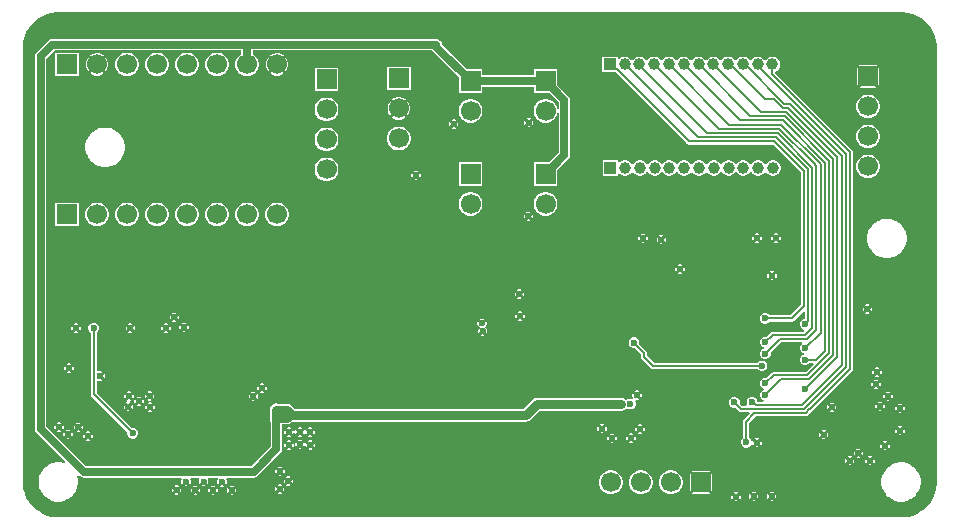
<source format=gbl>
G04*
G04 #@! TF.GenerationSoftware,Altium Limited,Altium Designer,24.0.1 (36)*
G04*
G04 Layer_Physical_Order=2*
G04 Layer_Color=12517376*
%FSLAX44Y44*%
%MOMM*%
G71*
G04*
G04 #@! TF.SameCoordinates,5B0ED70E-373C-42BA-93D7-FD99D67A1B07*
G04*
G04*
G04 #@! TF.FilePolarity,Positive*
G04*
G01*
G75*
%ADD14C,0.2032*%
%ADD55C,0.7620*%
%ADD56C,0.6350*%
%ADD58R,1.7000X1.7000*%
%ADD59C,1.7000*%
%ADD60C,1.0000*%
%ADD61R,1.0000X1.0000*%
%ADD62C,0.6000*%
G36*
X1230690Y1160461D02*
X1232656D01*
X1236555Y1159947D01*
X1240354Y1158930D01*
X1243987Y1157425D01*
X1247393Y1155458D01*
X1250513Y1153064D01*
X1253294Y1150284D01*
X1255687Y1147164D01*
X1257654Y1143758D01*
X1259159Y1140125D01*
X1260177Y1136326D01*
X1260690Y1132427D01*
X1260690Y1130461D01*
X1260690D01*
X1260690Y1130461D01*
X1260690Y762809D01*
Y760843D01*
X1260177Y756944D01*
X1259159Y753146D01*
X1257654Y749512D01*
X1255688Y746107D01*
X1253294Y742987D01*
X1250513Y740206D01*
X1247393Y737812D01*
X1243987Y735845D01*
X1240354Y734341D01*
X1236555Y733323D01*
X1232656Y732810D01*
X1230690Y732810D01*
X1230690Y732810D01*
X1230690Y732810D01*
X517110Y732810D01*
X515144D01*
X511245Y733323D01*
X507446Y734341D01*
X503813Y735846D01*
X500407Y737812D01*
X497287Y740206D01*
X494506Y742987D01*
X492112Y746107D01*
X490146Y749512D01*
X488641Y753146D01*
X487623Y756944D01*
X487110Y760843D01*
Y762810D01*
X487110D01*
X487110Y1130461D01*
Y1132427D01*
X487623Y1136326D01*
X488641Y1140125D01*
X490146Y1143758D01*
X492112Y1147164D01*
X494506Y1150284D01*
X497287Y1153064D01*
X500407Y1155458D01*
X503813Y1157425D01*
X507446Y1158930D01*
X511245Y1159947D01*
X515144Y1160461D01*
X517110Y1160461D01*
X517110Y1160461D01*
X1230690Y1160461D01*
D02*
G37*
%LPC*%
G36*
X1122539Y1122854D02*
X1120821D01*
X1119162Y1122409D01*
X1117674Y1121551D01*
X1116460Y1120336D01*
X1116163Y1119823D01*
X1114697D01*
X1114400Y1120336D01*
X1113186Y1121551D01*
X1111698Y1122409D01*
X1110039Y1122854D01*
X1108321D01*
X1106662Y1122409D01*
X1105174Y1121551D01*
X1103960Y1120336D01*
X1103663Y1119823D01*
X1102197D01*
X1101900Y1120336D01*
X1100686Y1121551D01*
X1099198Y1122409D01*
X1097539Y1122854D01*
X1095821D01*
X1094162Y1122409D01*
X1092674Y1121551D01*
X1091460Y1120336D01*
X1091163Y1119823D01*
X1089697D01*
X1089400Y1120336D01*
X1088186Y1121551D01*
X1086698Y1122409D01*
X1085039Y1122854D01*
X1083321D01*
X1081662Y1122409D01*
X1080174Y1121551D01*
X1078960Y1120336D01*
X1078663Y1119823D01*
X1077197D01*
X1076900Y1120336D01*
X1075686Y1121551D01*
X1074198Y1122409D01*
X1072539Y1122854D01*
X1070821D01*
X1069162Y1122409D01*
X1067674Y1121551D01*
X1066460Y1120336D01*
X1066163Y1119823D01*
X1064697D01*
X1064400Y1120336D01*
X1063186Y1121551D01*
X1061698Y1122409D01*
X1060039Y1122854D01*
X1058321D01*
X1056662Y1122409D01*
X1055174Y1121551D01*
X1053960Y1120336D01*
X1053663Y1119823D01*
X1052197D01*
X1051900Y1120336D01*
X1050686Y1121551D01*
X1049198Y1122409D01*
X1047539Y1122854D01*
X1045821D01*
X1044162Y1122409D01*
X1042674Y1121551D01*
X1041460Y1120336D01*
X1041163Y1119823D01*
X1039697D01*
X1039400Y1120336D01*
X1038186Y1121551D01*
X1036698Y1122409D01*
X1035039Y1122854D01*
X1033321D01*
X1031662Y1122409D01*
X1030174Y1121551D01*
X1028960Y1120336D01*
X1028663Y1119823D01*
X1027197D01*
X1026900Y1120336D01*
X1025686Y1121551D01*
X1024198Y1122409D01*
X1022539Y1122854D01*
X1020821D01*
X1019162Y1122409D01*
X1017674Y1121551D01*
X1016460Y1120336D01*
X1016163Y1119823D01*
X1014697D01*
X1014400Y1120336D01*
X1013186Y1121551D01*
X1011698Y1122409D01*
X1010039Y1122854D01*
X1008321D01*
X1006662Y1122409D01*
X1005174Y1121551D01*
X1003960Y1120336D01*
X1003663Y1119823D01*
X1002197D01*
X1001900Y1120336D01*
X1000686Y1121551D01*
X999198Y1122409D01*
X997539Y1122854D01*
X995821D01*
X994162Y1122409D01*
X992674Y1121551D01*
X991974Y1120850D01*
X990704Y1121376D01*
Y1122854D01*
X977656D01*
Y1109806D01*
X987914D01*
X988164Y1109756D01*
X988928D01*
X1049464Y1049221D01*
X1050304Y1048659D01*
X1051295Y1048462D01*
X1122115D01*
X1145779Y1024799D01*
Y912713D01*
X1136847Y903782D01*
X1119630D01*
X1118385Y905027D01*
X1116722Y905716D01*
X1114922D01*
X1113259Y905027D01*
X1111987Y903755D01*
X1111298Y902092D01*
Y900292D01*
X1111987Y898629D01*
X1113259Y897357D01*
X1114922Y896668D01*
X1116722D01*
X1118385Y897357D01*
X1119630Y898602D01*
X1137920D01*
X1138911Y898799D01*
X1139751Y899361D01*
X1148161Y907771D01*
X1149334Y907285D01*
Y900692D01*
X1148706D01*
X1147043Y900003D01*
X1145771Y898731D01*
X1145082Y897068D01*
Y895268D01*
X1145771Y893605D01*
X1147043Y892333D01*
X1148190Y891858D01*
X1148597Y890562D01*
X1148014Y889812D01*
X1121852D01*
X1120861Y889615D01*
X1120021Y889053D01*
X1116684Y885716D01*
X1114922D01*
X1113259Y885027D01*
X1111987Y883755D01*
X1111298Y882092D01*
Y880292D01*
X1111987Y878629D01*
X1113259Y877357D01*
X1114412Y876879D01*
Y875505D01*
X1113259Y875027D01*
X1111987Y873755D01*
X1111298Y872092D01*
Y870292D01*
X1111987Y868629D01*
X1113259Y867357D01*
X1114922Y866668D01*
X1116722D01*
X1118385Y867357D01*
X1119657Y868629D01*
X1120346Y870292D01*
Y872054D01*
X1129369Y881076D01*
X1146457D01*
X1146642Y880738D01*
X1146846Y879806D01*
X1145771Y878731D01*
X1145082Y877068D01*
Y875268D01*
X1145771Y873605D01*
X1147043Y872333D01*
X1148186Y871860D01*
Y870485D01*
X1147037Y870009D01*
X1145765Y868737D01*
X1145076Y867074D01*
Y865274D01*
X1145765Y863611D01*
X1147037Y862339D01*
X1148700Y861650D01*
X1150500D01*
X1152163Y862339D01*
X1153408Y863584D01*
X1156120D01*
X1156606Y862411D01*
X1149971Y855776D01*
X1122816D01*
X1121825Y855579D01*
X1120985Y855017D01*
X1116684Y850716D01*
X1114922D01*
X1113259Y850027D01*
X1111987Y848755D01*
X1111298Y847092D01*
Y845292D01*
X1111987Y843629D01*
X1113259Y842357D01*
X1114412Y841879D01*
Y840505D01*
X1113259Y840027D01*
X1111987Y838755D01*
X1111298Y837092D01*
Y835292D01*
X1111987Y833629D01*
X1113259Y832357D01*
X1114247Y831948D01*
X1113994Y830678D01*
X1108996D01*
Y830972D01*
X1108307Y832635D01*
X1107035Y833907D01*
X1105372Y834596D01*
X1103572D01*
X1101909Y833907D01*
X1100637Y832635D01*
X1099948Y830972D01*
Y829172D01*
X1100271Y828392D01*
X1099423Y827122D01*
X1096085D01*
X1093996Y829211D01*
Y830972D01*
X1093307Y832635D01*
X1092035Y833907D01*
X1090372Y834596D01*
X1088572D01*
X1086909Y833907D01*
X1085637Y832635D01*
X1084948Y830972D01*
Y829172D01*
X1085637Y827509D01*
X1086909Y826237D01*
X1088572Y825548D01*
X1090333D01*
X1093181Y822701D01*
X1094021Y822139D01*
X1095012Y821942D01*
X1102116D01*
X1102602Y820769D01*
X1097617Y815783D01*
X1097055Y814943D01*
X1096858Y813952D01*
Y800096D01*
X1095613Y798851D01*
X1094924Y797188D01*
Y795388D01*
X1095613Y793725D01*
X1096885Y792453D01*
X1098548Y791764D01*
X1100348D01*
X1102011Y792453D01*
X1103283Y793725D01*
X1103592Y794472D01*
X1104967D01*
X1105066Y794232D01*
X1106870Y796036D01*
X1105054Y797852D01*
X1103697D01*
X1103283Y798851D01*
X1102038Y800096D01*
Y812879D01*
X1107545Y818386D01*
X1149804D01*
X1150795Y818583D01*
X1151635Y819145D01*
X1154308Y821818D01*
X1154405Y821837D01*
X1155245Y822399D01*
X1189315Y856469D01*
X1189877Y857309D01*
X1190074Y858300D01*
Y1042074D01*
X1189877Y1043065D01*
X1189315Y1043905D01*
X1124270Y1108951D01*
Y1110292D01*
X1125686Y1111109D01*
X1126900Y1112324D01*
X1127759Y1113812D01*
X1128204Y1115471D01*
Y1117189D01*
X1127759Y1118848D01*
X1126900Y1120336D01*
X1125686Y1121551D01*
X1124198Y1122409D01*
X1122539Y1122854D01*
D02*
G37*
G36*
X703563Y1125846D02*
X701057D01*
X698637Y1125198D01*
X696482Y1123954D01*
X702310Y1118126D01*
X708138Y1123954D01*
X705983Y1125198D01*
X703563Y1125846D01*
D02*
G37*
G36*
X551163D02*
X548657D01*
X546237Y1125198D01*
X544082Y1123954D01*
X549910Y1118126D01*
X555737Y1123954D01*
X553583Y1125198D01*
X551163Y1125846D01*
D02*
G37*
G36*
X557534Y1122158D02*
X551706Y1116330D01*
X557534Y1110502D01*
X558778Y1112657D01*
X559426Y1115077D01*
Y1117583D01*
X558778Y1120003D01*
X557534Y1122158D01*
D02*
G37*
G36*
X709934D02*
X704106Y1116330D01*
X709934Y1110502D01*
X711178Y1112657D01*
X711826Y1115077D01*
Y1117583D01*
X711178Y1120003D01*
X709934Y1122158D01*
D02*
G37*
G36*
X694686Y1122158D02*
X693443Y1120003D01*
X692794Y1117583D01*
Y1115077D01*
X693443Y1112657D01*
X694686Y1110502D01*
X700514Y1116330D01*
X694686Y1122158D01*
D02*
G37*
G36*
X542286D02*
X541043Y1120003D01*
X540394Y1117583D01*
Y1115077D01*
X541043Y1112657D01*
X542286Y1110502D01*
X548114Y1116330D01*
X542286Y1122158D01*
D02*
G37*
G36*
X1210410Y1115686D02*
X1194970D01*
X1202690Y1107966D01*
X1210410Y1115686D01*
D02*
G37*
G36*
X702310Y1114534D02*
X696482Y1108706D01*
X698637Y1107462D01*
X701057Y1106814D01*
X703563D01*
X705983Y1107462D01*
X708138Y1108706D01*
X702310Y1114534D01*
D02*
G37*
G36*
X549910D02*
X544082Y1108706D01*
X546237Y1107462D01*
X548657Y1106814D01*
X551163D01*
X553583Y1107462D01*
X555738Y1108706D01*
X549910Y1114534D01*
D02*
G37*
G36*
X652830Y1126354D02*
X650190D01*
X647641Y1125671D01*
X645355Y1124351D01*
X643489Y1122485D01*
X642169Y1120199D01*
X641486Y1117650D01*
Y1115010D01*
X642169Y1112461D01*
X643489Y1110175D01*
X645355Y1108309D01*
X647641Y1106989D01*
X650190Y1106306D01*
X652830D01*
X655379Y1106989D01*
X657665Y1108309D01*
X659531Y1110175D01*
X660851Y1112461D01*
X661534Y1115010D01*
Y1117650D01*
X660851Y1120199D01*
X659531Y1122485D01*
X657665Y1124351D01*
X655379Y1125671D01*
X652830Y1126354D01*
D02*
G37*
G36*
X627430D02*
X624790D01*
X622241Y1125671D01*
X619955Y1124351D01*
X618089Y1122485D01*
X616769Y1120199D01*
X616086Y1117650D01*
Y1115010D01*
X616769Y1112461D01*
X618089Y1110175D01*
X619955Y1108309D01*
X622241Y1106989D01*
X624790Y1106306D01*
X627430D01*
X629979Y1106989D01*
X632265Y1108309D01*
X634131Y1110175D01*
X635451Y1112461D01*
X636134Y1115010D01*
Y1117650D01*
X635451Y1120199D01*
X634131Y1122485D01*
X632265Y1124351D01*
X629979Y1125671D01*
X627430Y1126354D01*
D02*
G37*
G36*
X602030D02*
X599390D01*
X596841Y1125671D01*
X594555Y1124351D01*
X592689Y1122485D01*
X591369Y1120199D01*
X590686Y1117650D01*
Y1115010D01*
X591369Y1112461D01*
X592689Y1110175D01*
X594555Y1108309D01*
X596841Y1106989D01*
X599390Y1106306D01*
X602030D01*
X604579Y1106989D01*
X606865Y1108309D01*
X608731Y1110175D01*
X610051Y1112461D01*
X610734Y1115010D01*
Y1117650D01*
X610051Y1120199D01*
X608731Y1122485D01*
X606865Y1124351D01*
X604579Y1125671D01*
X602030Y1126354D01*
D02*
G37*
G36*
X576630D02*
X573990D01*
X571441Y1125671D01*
X569155Y1124351D01*
X567289Y1122485D01*
X565969Y1120199D01*
X565286Y1117650D01*
Y1115010D01*
X565969Y1112461D01*
X567289Y1110175D01*
X569155Y1108309D01*
X571441Y1106989D01*
X573990Y1106306D01*
X576630D01*
X579179Y1106989D01*
X581465Y1108309D01*
X583331Y1110175D01*
X584651Y1112461D01*
X585334Y1115010D01*
Y1117650D01*
X584651Y1120199D01*
X583331Y1122485D01*
X581465Y1124351D01*
X579179Y1125671D01*
X576630Y1126354D01*
D02*
G37*
G36*
X534534D02*
X514486D01*
Y1106306D01*
X534534D01*
Y1126354D01*
D02*
G37*
G36*
X1193174Y1113890D02*
Y1098450D01*
X1200894Y1106170D01*
X1193174Y1113890D01*
D02*
G37*
G36*
X1212206Y1113890D02*
X1204486Y1106170D01*
X1212206Y1098450D01*
Y1113890D01*
D02*
G37*
G36*
X1202690Y1104374D02*
X1194970Y1096654D01*
X1210410D01*
X1202690Y1104374D01*
D02*
G37*
G36*
X815458Y1114416D02*
X795410D01*
Y1094368D01*
X815458D01*
Y1114416D01*
D02*
G37*
G36*
X754244Y1113654D02*
X734196D01*
Y1093606D01*
X754244D01*
Y1113654D01*
D02*
G37*
G36*
X806687Y1088508D02*
X804181D01*
X801761Y1087859D01*
X799606Y1086616D01*
X805434Y1080788D01*
X811262Y1086616D01*
X809107Y1087859D01*
X806687Y1088508D01*
D02*
G37*
G36*
X837189Y1137885D02*
X512064D01*
X510230Y1137520D01*
X508676Y1136482D01*
X498770Y1126576D01*
X497732Y1125022D01*
X497367Y1123188D01*
Y807720D01*
X497732Y805887D01*
X498770Y804332D01*
X522910Y780192D01*
X522417Y778889D01*
X521807Y778851D01*
X518909Y779427D01*
X518744Y779394D01*
X518587Y779459D01*
X515633D01*
X515476Y779394D01*
X515311Y779427D01*
X512413Y778851D01*
X512272Y778757D01*
X512103D01*
X509374Y777626D01*
X509254Y777507D01*
X509088Y777474D01*
X506632Y775832D01*
X506538Y775692D01*
X506382Y775627D01*
X504292Y773538D01*
X504228Y773382D01*
X504087Y773288D01*
X502446Y770831D01*
X502413Y770665D01*
X502293Y770546D01*
X501162Y767816D01*
Y767647D01*
X501069Y767507D01*
X500492Y764609D01*
X500525Y764443D01*
X500460Y764287D01*
Y761332D01*
X500525Y761176D01*
X500492Y761010D01*
X501069Y758112D01*
X501162Y757972D01*
Y757803D01*
X502293Y755073D01*
X502413Y754954D01*
X502446Y754788D01*
X504087Y752331D01*
X504228Y752237D01*
X504292Y752081D01*
X506382Y749992D01*
X506538Y749927D01*
X506632Y749787D01*
X509088Y748145D01*
X509254Y748112D01*
X509374Y747993D01*
X512103Y746862D01*
X512272D01*
X512413Y746768D01*
X515311Y746192D01*
X515476Y746225D01*
X515633Y746160D01*
X518587D01*
X518744Y746225D01*
X518909Y746192D01*
X521807Y746768D01*
X521948Y746862D01*
X522117D01*
X524846Y747993D01*
X524966Y748112D01*
X525132Y748145D01*
X527588Y749787D01*
X527682Y749927D01*
X527838Y749992D01*
X529928Y752081D01*
X529992Y752237D01*
X530133Y752331D01*
X531774Y754788D01*
X531807Y754954D01*
X531927Y755073D01*
X533058Y757803D01*
Y757972D01*
X533151Y758112D01*
X533728Y761010D01*
X533695Y761176D01*
X533760Y761332D01*
Y764287D01*
X533695Y764443D01*
X533728Y764609D01*
X533151Y767507D01*
X533190Y768117D01*
X534493Y768610D01*
X535346Y767756D01*
X536901Y766718D01*
X538734Y766353D01*
X621092D01*
X621603Y765083D01*
X621078Y763815D01*
Y762217D01*
X621494Y761212D01*
X624196Y763914D01*
X625094Y763016D01*
X625992Y763914D01*
X628694Y761212D01*
X629110Y762217D01*
Y763815D01*
X628585Y765083D01*
X629096Y766353D01*
X636078D01*
X636589Y765083D01*
X636064Y763815D01*
Y762217D01*
X636480Y761212D01*
X639182Y763914D01*
X640080Y763016D01*
X640978Y763914D01*
X643680Y761212D01*
X644096Y762217D01*
Y763815D01*
X643571Y765083D01*
X644082Y766353D01*
X651943D01*
X652469Y765083D01*
X652423Y765037D01*
X651812Y763561D01*
Y761963D01*
X652228Y760958D01*
X654930Y763660D01*
X655828Y762762D01*
X656726Y763660D01*
X659428Y760958D01*
X659844Y761963D01*
Y763561D01*
X659233Y765037D01*
X659186Y765083D01*
X659713Y766353D01*
X682498D01*
X684332Y766718D01*
X685886Y767756D01*
X705190Y787060D01*
X706228Y788615D01*
X706593Y790448D01*
Y811680D01*
X710438D01*
X712519Y812094D01*
X714284Y813272D01*
X714977Y813966D01*
X913130D01*
X915211Y814380D01*
X916976Y815558D01*
X924527Y823110D01*
X993648D01*
X995729Y823523D01*
X997494Y824702D01*
X997630Y824907D01*
X998894Y825032D01*
X998959Y824967D01*
X1000622Y824278D01*
X1002422D01*
X1004085Y824967D01*
X1005357Y826239D01*
X1006046Y827902D01*
Y829702D01*
X1005357Y831365D01*
X1005252Y831470D01*
X1005971Y832547D01*
X1006311Y832406D01*
X1007909D01*
X1008914Y832822D01*
X1006212Y835524D01*
X1003510Y838226D01*
X1003094Y837221D01*
Y835623D01*
X1003695Y834174D01*
X1003648Y834069D01*
X1002949Y833108D01*
X1002422Y833326D01*
X1000622D01*
X998959Y832637D01*
X998606Y832284D01*
X997494Y832394D01*
X995729Y833572D01*
X993648Y833987D01*
X922274D01*
X920193Y833572D01*
X918428Y832394D01*
X910877Y824843D01*
X717009D01*
X714284Y827568D01*
X712519Y828746D01*
X710438Y829161D01*
X703079D01*
X701802Y829415D01*
X699721Y829000D01*
X697956Y827822D01*
X696777Y826057D01*
X696364Y823976D01*
Y815594D01*
X696777Y813513D01*
X697011Y813163D01*
Y792432D01*
X680514Y775935D01*
X540718D01*
X506949Y809705D01*
Y1121204D01*
X514049Y1128303D01*
X672119D01*
Y1125139D01*
X670755Y1124351D01*
X668889Y1122485D01*
X667569Y1120199D01*
X666886Y1117650D01*
Y1115010D01*
X667569Y1112461D01*
X668889Y1110175D01*
X670755Y1108309D01*
X673041Y1106989D01*
X675590Y1106306D01*
X678230D01*
X680779Y1106989D01*
X683065Y1108309D01*
X684931Y1110175D01*
X686251Y1112461D01*
X686934Y1115010D01*
Y1117650D01*
X686251Y1120199D01*
X684931Y1122485D01*
X683065Y1124351D01*
X681701Y1125139D01*
Y1128303D01*
X833547D01*
X833801Y1127924D01*
X856116Y1105608D01*
Y1092336D01*
X876164D01*
Y1097569D01*
X919616D01*
Y1092336D01*
X932888D01*
X940851Y1084373D01*
Y1078757D01*
X939581Y1078590D01*
X938981Y1080829D01*
X937661Y1083115D01*
X935795Y1084981D01*
X933509Y1086301D01*
X930960Y1086984D01*
X928320D01*
X925771Y1086301D01*
X923485Y1084981D01*
X921619Y1083115D01*
X920299Y1080829D01*
X919616Y1078280D01*
Y1075640D01*
X920299Y1073091D01*
X921619Y1070805D01*
X923485Y1068939D01*
X925771Y1067619D01*
X928320Y1066936D01*
X930960D01*
X933509Y1067619D01*
X935795Y1068939D01*
X937661Y1070805D01*
X938981Y1073091D01*
X939581Y1075330D01*
X940851Y1075163D01*
Y1041607D01*
X932888Y1033644D01*
X919616D01*
Y1013596D01*
X939664D01*
Y1026868D01*
X949030Y1036234D01*
X950068Y1037789D01*
X950433Y1039622D01*
Y1086358D01*
X950068Y1088191D01*
X949030Y1089746D01*
X939664Y1099112D01*
Y1112384D01*
X919616D01*
Y1107151D01*
X876164D01*
Y1112384D01*
X862892D01*
X841930Y1133346D01*
X841615Y1134927D01*
X840576Y1136482D01*
X839022Y1137520D01*
X837189Y1137885D01*
D02*
G37*
G36*
X797810Y1084819D02*
X796566Y1082665D01*
X795918Y1080245D01*
Y1077739D01*
X796566Y1075319D01*
X797810Y1073165D01*
X803638Y1078992D01*
X797810Y1084819D01*
D02*
G37*
G36*
X813058D02*
X807230Y1078992D01*
X813058Y1073164D01*
X814302Y1075319D01*
X814950Y1077739D01*
Y1080245D01*
X814302Y1082665D01*
X813058Y1084819D01*
D02*
G37*
G36*
X1204010Y1090794D02*
X1201370D01*
X1198821Y1090111D01*
X1196535Y1088791D01*
X1194669Y1086925D01*
X1193349Y1084639D01*
X1192666Y1082090D01*
Y1079450D01*
X1193349Y1076901D01*
X1194669Y1074615D01*
X1196535Y1072749D01*
X1198821Y1071429D01*
X1201370Y1070746D01*
X1204010D01*
X1206559Y1071429D01*
X1208845Y1072749D01*
X1210711Y1074615D01*
X1212031Y1076901D01*
X1212714Y1079450D01*
Y1082090D01*
X1212031Y1084639D01*
X1210711Y1086925D01*
X1208845Y1088791D01*
X1206559Y1090111D01*
X1204010Y1090794D01*
D02*
G37*
G36*
X805434Y1077196D02*
X799606Y1071368D01*
X801761Y1070125D01*
X804181Y1069476D01*
X806687D01*
X809107Y1070125D01*
X811262Y1071368D01*
X805434Y1077196D01*
D02*
G37*
G36*
X916215Y1071070D02*
X914617D01*
X913612Y1070654D01*
X915416Y1068850D01*
X917220Y1070654D01*
X916215Y1071070D01*
D02*
G37*
G36*
X745540Y1088254D02*
X742900D01*
X740351Y1087571D01*
X738065Y1086251D01*
X736199Y1084385D01*
X734879Y1082099D01*
X734196Y1079550D01*
Y1076910D01*
X734879Y1074361D01*
X736199Y1072075D01*
X738065Y1070209D01*
X740351Y1068889D01*
X742900Y1068206D01*
X745540D01*
X748089Y1068889D01*
X750375Y1070209D01*
X752241Y1072075D01*
X753561Y1074361D01*
X754244Y1076910D01*
Y1079550D01*
X753561Y1082099D01*
X752241Y1084385D01*
X750375Y1086251D01*
X748089Y1087571D01*
X745540Y1088254D01*
D02*
G37*
G36*
X852715Y1070054D02*
X851117D01*
X850112Y1069638D01*
X851916Y1067834D01*
X853720Y1069638D01*
X852715Y1070054D01*
D02*
G37*
G36*
X867460Y1086984D02*
X864820D01*
X862271Y1086301D01*
X859985Y1084981D01*
X858119Y1083115D01*
X856799Y1080829D01*
X856116Y1078280D01*
Y1075640D01*
X856799Y1073091D01*
X858119Y1070805D01*
X859985Y1068939D01*
X862271Y1067619D01*
X864820Y1066936D01*
X867460D01*
X870009Y1067619D01*
X872295Y1068939D01*
X874161Y1070805D01*
X875481Y1073091D01*
X876164Y1075640D01*
Y1078280D01*
X875481Y1080829D01*
X874161Y1083115D01*
X872295Y1084981D01*
X870009Y1086301D01*
X867460Y1086984D01*
D02*
G37*
G36*
X919016Y1068858D02*
X917212Y1067054D01*
X919016Y1065250D01*
X919432Y1066255D01*
Y1067853D01*
X919016Y1068858D01*
D02*
G37*
G36*
X911816Y1068858D02*
X911400Y1067853D01*
Y1066255D01*
X911816Y1065250D01*
X913620Y1067054D01*
X911816Y1068858D01*
D02*
G37*
G36*
X855516Y1067842D02*
X853712Y1066038D01*
X855516Y1064234D01*
X855932Y1065239D01*
Y1066837D01*
X855516Y1067842D01*
D02*
G37*
G36*
X848316Y1067842D02*
X847900Y1066837D01*
Y1065239D01*
X848316Y1064234D01*
X850120Y1066038D01*
X848316Y1067842D01*
D02*
G37*
G36*
X915416Y1065258D02*
X913612Y1063454D01*
X914617Y1063038D01*
X916215D01*
X917220Y1063454D01*
X915416Y1065258D01*
D02*
G37*
G36*
X558245Y1062876D02*
X555291D01*
X555135Y1062811D01*
X554969Y1062844D01*
X552071Y1062267D01*
X551930Y1062173D01*
X551761D01*
X549032Y1061043D01*
X548912Y1060923D01*
X548746Y1060890D01*
X546290Y1059249D01*
X546196Y1059108D01*
X546040Y1059044D01*
X543950Y1056954D01*
X543886Y1056798D01*
X543745Y1056704D01*
X542104Y1054248D01*
X542071Y1054082D01*
X541951Y1053962D01*
X540820Y1051233D01*
Y1051064D01*
X540727Y1050923D01*
X540150Y1048025D01*
X540183Y1047859D01*
X540118Y1047703D01*
Y1044749D01*
X540183Y1044593D01*
X540150Y1044427D01*
X540727Y1041529D01*
X540820Y1041388D01*
Y1041219D01*
X541951Y1038490D01*
X542071Y1038370D01*
X542104Y1038204D01*
X543745Y1035748D01*
X543886Y1035654D01*
X543950Y1035498D01*
X546040Y1033408D01*
X546196Y1033344D01*
X546290Y1033203D01*
X548746Y1031562D01*
X548912Y1031529D01*
X549032Y1031409D01*
X551761Y1030278D01*
X551930D01*
X552071Y1030185D01*
X554969Y1029608D01*
X555135Y1029641D01*
X555291Y1029576D01*
X558245D01*
X558401Y1029641D01*
X558567Y1029608D01*
X561465Y1030185D01*
X561606Y1030278D01*
X561775D01*
X564504Y1031409D01*
X564624Y1031529D01*
X564790Y1031562D01*
X567246Y1033203D01*
X567340Y1033344D01*
X567496Y1033408D01*
X569586Y1035498D01*
X569650Y1035654D01*
X569791Y1035748D01*
X571432Y1038204D01*
X571465Y1038370D01*
X571585Y1038490D01*
X572715Y1041219D01*
Y1041388D01*
X572809Y1041529D01*
X573386Y1044427D01*
X573353Y1044593D01*
X573418Y1044749D01*
Y1047703D01*
X573353Y1047859D01*
X573386Y1048025D01*
X572809Y1050923D01*
X572715Y1051064D01*
Y1051233D01*
X571585Y1053962D01*
X571465Y1054082D01*
X571432Y1054248D01*
X569791Y1056704D01*
X569650Y1056798D01*
X569586Y1056954D01*
X567496Y1059044D01*
X567340Y1059108D01*
X567246Y1059249D01*
X564790Y1060890D01*
X564624Y1060923D01*
X564504Y1061043D01*
X561775Y1062173D01*
X561606D01*
X561465Y1062267D01*
X558567Y1062844D01*
X558401Y1062811D01*
X558245Y1062876D01*
D02*
G37*
G36*
X851916Y1064242D02*
X850112Y1062438D01*
X851117Y1062022D01*
X852715D01*
X853720Y1062438D01*
X851916Y1064242D01*
D02*
G37*
G36*
X1204010Y1065394D02*
X1201370D01*
X1198821Y1064711D01*
X1196535Y1063391D01*
X1194669Y1061525D01*
X1193349Y1059239D01*
X1192666Y1056690D01*
Y1054050D01*
X1193349Y1051501D01*
X1194669Y1049215D01*
X1196535Y1047349D01*
X1198821Y1046029D01*
X1201370Y1045346D01*
X1204010D01*
X1206559Y1046029D01*
X1208845Y1047349D01*
X1210711Y1049215D01*
X1212031Y1051501D01*
X1212714Y1054050D01*
Y1056690D01*
X1212031Y1059239D01*
X1210711Y1061525D01*
X1208845Y1063391D01*
X1206559Y1064711D01*
X1204010Y1065394D01*
D02*
G37*
G36*
X806754Y1063616D02*
X804114D01*
X801565Y1062933D01*
X799279Y1061613D01*
X797413Y1059747D01*
X796093Y1057461D01*
X795410Y1054912D01*
Y1052272D01*
X796093Y1049723D01*
X797413Y1047437D01*
X799279Y1045571D01*
X801565Y1044251D01*
X804114Y1043568D01*
X806754D01*
X809303Y1044251D01*
X811589Y1045571D01*
X813455Y1047437D01*
X814775Y1049723D01*
X815458Y1052272D01*
Y1054912D01*
X814775Y1057461D01*
X813455Y1059747D01*
X811589Y1061613D01*
X809303Y1062933D01*
X806754Y1063616D01*
D02*
G37*
G36*
X745540Y1062854D02*
X742900D01*
X740351Y1062171D01*
X738065Y1060851D01*
X736199Y1058985D01*
X734879Y1056699D01*
X734196Y1054150D01*
Y1051510D01*
X734879Y1048961D01*
X736199Y1046675D01*
X738065Y1044809D01*
X740351Y1043489D01*
X742900Y1042806D01*
X745540D01*
X748089Y1043489D01*
X750375Y1044809D01*
X752241Y1046675D01*
X753561Y1048961D01*
X754244Y1051510D01*
Y1054150D01*
X753561Y1056699D01*
X752241Y1058985D01*
X750375Y1060851D01*
X748089Y1062171D01*
X745540Y1062854D01*
D02*
G37*
G36*
X1122939Y1035224D02*
X1121221D01*
X1119562Y1034779D01*
X1118074Y1033921D01*
X1116860Y1032706D01*
X1116563Y1032193D01*
X1115097D01*
X1114800Y1032706D01*
X1113586Y1033921D01*
X1112098Y1034779D01*
X1110439Y1035224D01*
X1108721D01*
X1107062Y1034779D01*
X1105574Y1033921D01*
X1104360Y1032706D01*
X1104063Y1032193D01*
X1102597D01*
X1102300Y1032706D01*
X1101086Y1033921D01*
X1099598Y1034779D01*
X1097939Y1035224D01*
X1096221D01*
X1094562Y1034779D01*
X1093074Y1033921D01*
X1091860Y1032706D01*
X1091563Y1032193D01*
X1090097D01*
X1089800Y1032706D01*
X1088586Y1033921D01*
X1087098Y1034779D01*
X1085439Y1035224D01*
X1083721D01*
X1082062Y1034779D01*
X1080574Y1033921D01*
X1079360Y1032706D01*
X1079063Y1032193D01*
X1077597D01*
X1077300Y1032706D01*
X1076086Y1033921D01*
X1074598Y1034779D01*
X1072939Y1035224D01*
X1071221D01*
X1069562Y1034779D01*
X1068074Y1033921D01*
X1066860Y1032706D01*
X1066563Y1032193D01*
X1065097D01*
X1064800Y1032706D01*
X1063586Y1033921D01*
X1062098Y1034779D01*
X1060439Y1035224D01*
X1058721D01*
X1057062Y1034779D01*
X1055574Y1033921D01*
X1054360Y1032706D01*
X1054063Y1032193D01*
X1052597D01*
X1052300Y1032706D01*
X1051086Y1033921D01*
X1049598Y1034779D01*
X1047939Y1035224D01*
X1046221D01*
X1044562Y1034779D01*
X1043074Y1033921D01*
X1041860Y1032706D01*
X1041563Y1032193D01*
X1040097D01*
X1039800Y1032706D01*
X1038586Y1033921D01*
X1037098Y1034779D01*
X1035439Y1035224D01*
X1033721D01*
X1032062Y1034779D01*
X1030574Y1033921D01*
X1029360Y1032706D01*
X1029063Y1032193D01*
X1027597D01*
X1027300Y1032706D01*
X1026086Y1033921D01*
X1024598Y1034779D01*
X1022939Y1035224D01*
X1021221D01*
X1019562Y1034779D01*
X1018074Y1033921D01*
X1016860Y1032706D01*
X1016563Y1032193D01*
X1015097D01*
X1014800Y1032706D01*
X1013586Y1033921D01*
X1012098Y1034779D01*
X1010439Y1035224D01*
X1008721D01*
X1007062Y1034779D01*
X1005574Y1033921D01*
X1004360Y1032706D01*
X1004063Y1032193D01*
X1002597D01*
X1002300Y1032706D01*
X1001086Y1033921D01*
X999598Y1034779D01*
X997939Y1035224D01*
X996221D01*
X994562Y1034779D01*
X993074Y1033921D01*
X992374Y1033220D01*
X991104Y1033746D01*
Y1035224D01*
X978056D01*
Y1022176D01*
X991104D01*
Y1023654D01*
X992374Y1024180D01*
X993074Y1023480D01*
X994562Y1022621D01*
X996221Y1022176D01*
X997939D01*
X999598Y1022621D01*
X1001086Y1023480D01*
X1002300Y1024694D01*
X1002597Y1025207D01*
X1004063D01*
X1004360Y1024694D01*
X1005574Y1023480D01*
X1007062Y1022621D01*
X1008721Y1022176D01*
X1010439D01*
X1012098Y1022621D01*
X1013586Y1023480D01*
X1014800Y1024694D01*
X1015097Y1025207D01*
X1016563D01*
X1016860Y1024694D01*
X1018074Y1023480D01*
X1019562Y1022621D01*
X1021221Y1022176D01*
X1022939D01*
X1024598Y1022621D01*
X1026086Y1023480D01*
X1027300Y1024694D01*
X1027597Y1025207D01*
X1029063D01*
X1029360Y1024694D01*
X1030574Y1023480D01*
X1032062Y1022621D01*
X1033721Y1022176D01*
X1035439D01*
X1037098Y1022621D01*
X1038586Y1023480D01*
X1039800Y1024694D01*
X1040097Y1025207D01*
X1041563D01*
X1041860Y1024694D01*
X1043074Y1023480D01*
X1044562Y1022621D01*
X1046221Y1022176D01*
X1047939D01*
X1049598Y1022621D01*
X1051086Y1023480D01*
X1052300Y1024694D01*
X1052597Y1025207D01*
X1054063D01*
X1054360Y1024694D01*
X1055574Y1023480D01*
X1057062Y1022621D01*
X1058721Y1022176D01*
X1060439D01*
X1062098Y1022621D01*
X1063586Y1023480D01*
X1064800Y1024694D01*
X1065097Y1025207D01*
X1066563D01*
X1066860Y1024694D01*
X1068074Y1023480D01*
X1069562Y1022621D01*
X1071221Y1022176D01*
X1072939D01*
X1074598Y1022621D01*
X1076086Y1023480D01*
X1077300Y1024694D01*
X1077597Y1025207D01*
X1079063D01*
X1079360Y1024694D01*
X1080574Y1023480D01*
X1082062Y1022621D01*
X1083721Y1022176D01*
X1085439D01*
X1087098Y1022621D01*
X1088586Y1023480D01*
X1089800Y1024694D01*
X1090097Y1025207D01*
X1091563D01*
X1091860Y1024694D01*
X1093074Y1023480D01*
X1094562Y1022621D01*
X1096221Y1022176D01*
X1097939D01*
X1099598Y1022621D01*
X1101086Y1023480D01*
X1102300Y1024694D01*
X1102597Y1025207D01*
X1104063D01*
X1104360Y1024694D01*
X1105574Y1023480D01*
X1107062Y1022621D01*
X1108721Y1022176D01*
X1110439D01*
X1112098Y1022621D01*
X1113586Y1023480D01*
X1114800Y1024694D01*
X1115097Y1025207D01*
X1116563D01*
X1116860Y1024694D01*
X1118074Y1023480D01*
X1119562Y1022621D01*
X1121221Y1022176D01*
X1122939D01*
X1124598Y1022621D01*
X1126086Y1023480D01*
X1127300Y1024694D01*
X1128159Y1026182D01*
X1128604Y1027841D01*
Y1029559D01*
X1128159Y1031218D01*
X1127300Y1032706D01*
X1126086Y1033921D01*
X1124598Y1034779D01*
X1122939Y1035224D01*
D02*
G37*
G36*
X820711Y1026366D02*
X819113D01*
X818108Y1025950D01*
X819912Y1024146D01*
X821716Y1025950D01*
X820711Y1026366D01*
D02*
G37*
G36*
X823512Y1024154D02*
X821708Y1022350D01*
X823512Y1020546D01*
X823928Y1021551D01*
Y1023149D01*
X823512Y1024154D01*
D02*
G37*
G36*
X816312Y1024154D02*
X815896Y1023149D01*
Y1021551D01*
X816312Y1020546D01*
X818116Y1022350D01*
X816312Y1024154D01*
D02*
G37*
G36*
X1204010Y1039994D02*
X1201370D01*
X1198821Y1039311D01*
X1196535Y1037991D01*
X1194669Y1036125D01*
X1193349Y1033839D01*
X1192666Y1031290D01*
Y1028650D01*
X1193349Y1026101D01*
X1194669Y1023815D01*
X1196535Y1021949D01*
X1198821Y1020629D01*
X1201370Y1019946D01*
X1204010D01*
X1206559Y1020629D01*
X1208845Y1021949D01*
X1210711Y1023815D01*
X1212031Y1026101D01*
X1212714Y1028650D01*
Y1031290D01*
X1212031Y1033839D01*
X1210711Y1036125D01*
X1208845Y1037991D01*
X1206559Y1039311D01*
X1204010Y1039994D01*
D02*
G37*
G36*
X819912Y1020554D02*
X818108Y1018750D01*
X819113Y1018334D01*
X820711D01*
X821716Y1018750D01*
X819912Y1020554D01*
D02*
G37*
G36*
X745540Y1037454D02*
X742900D01*
X740351Y1036771D01*
X738065Y1035451D01*
X736199Y1033585D01*
X734879Y1031299D01*
X734196Y1028750D01*
Y1026110D01*
X734879Y1023561D01*
X736199Y1021275D01*
X738065Y1019409D01*
X740351Y1018089D01*
X742900Y1017406D01*
X745540D01*
X748089Y1018089D01*
X750375Y1019409D01*
X752241Y1021275D01*
X753561Y1023561D01*
X754244Y1026110D01*
Y1028750D01*
X753561Y1031299D01*
X752241Y1033585D01*
X750375Y1035451D01*
X748089Y1036771D01*
X745540Y1037454D01*
D02*
G37*
G36*
X876164Y1033644D02*
X856116D01*
Y1013596D01*
X876164D01*
Y1033644D01*
D02*
G37*
G36*
X915961Y991568D02*
X914363D01*
X913358Y991152D01*
X915162Y989348D01*
X916966Y991152D01*
X915961Y991568D01*
D02*
G37*
G36*
X930960Y1008244D02*
X928320D01*
X925771Y1007561D01*
X923485Y1006241D01*
X921619Y1004375D01*
X920299Y1002089D01*
X919616Y999540D01*
Y996900D01*
X920299Y994351D01*
X921619Y992065D01*
X923485Y990199D01*
X925771Y988879D01*
X928320Y988196D01*
X930960D01*
X933509Y988879D01*
X935795Y990199D01*
X937661Y992065D01*
X938981Y994351D01*
X939664Y996900D01*
Y999540D01*
X938981Y1002089D01*
X937661Y1004375D01*
X935795Y1006241D01*
X933509Y1007561D01*
X930960Y1008244D01*
D02*
G37*
G36*
X867460D02*
X864820D01*
X862271Y1007561D01*
X859985Y1006241D01*
X858119Y1004375D01*
X856799Y1002089D01*
X856116Y999540D01*
Y996900D01*
X856799Y994351D01*
X858119Y992065D01*
X859985Y990199D01*
X862271Y988879D01*
X864820Y988196D01*
X867460D01*
X870009Y988879D01*
X872295Y990199D01*
X874161Y992065D01*
X875481Y994351D01*
X876164Y996900D01*
Y999540D01*
X875481Y1002089D01*
X874161Y1004375D01*
X872295Y1006241D01*
X870009Y1007561D01*
X867460Y1008244D01*
D02*
G37*
G36*
X918762Y989356D02*
X916958Y987552D01*
X918762Y985748D01*
X919178Y986753D01*
Y988351D01*
X918762Y989356D01*
D02*
G37*
G36*
X911562Y989356D02*
X911146Y988351D01*
Y986753D01*
X911562Y985748D01*
X913366Y987552D01*
X911562Y989356D01*
D02*
G37*
G36*
X1220169Y985660D02*
X1217215D01*
X1217058Y985595D01*
X1216893Y985628D01*
X1213995Y985051D01*
X1213854Y984958D01*
X1213685D01*
X1210956Y983827D01*
X1210836Y983707D01*
X1210670Y983674D01*
X1208214Y982033D01*
X1208120Y981892D01*
X1207964Y981828D01*
X1205874Y979738D01*
X1205810Y979582D01*
X1205669Y979488D01*
X1204028Y977032D01*
X1203995Y976866D01*
X1203875Y976746D01*
X1202744Y974017D01*
Y973848D01*
X1202651Y973707D01*
X1202074Y970809D01*
X1202107Y970643D01*
X1202042Y970487D01*
Y967533D01*
X1202107Y967376D01*
X1202074Y967211D01*
X1202651Y964313D01*
X1202744Y964172D01*
Y964003D01*
X1203875Y961274D01*
X1203995Y961154D01*
X1204028Y960988D01*
X1205669Y958532D01*
X1205810Y958438D01*
X1205874Y958282D01*
X1207964Y956192D01*
X1208120Y956128D01*
X1208214Y955987D01*
X1210670Y954346D01*
X1210836Y954313D01*
X1210956Y954193D01*
X1213685Y953062D01*
X1213854D01*
X1213995Y952969D01*
X1216893Y952392D01*
X1217058Y952425D01*
X1217215Y952360D01*
X1220169D01*
X1220325Y952425D01*
X1220491Y952392D01*
X1223389Y952969D01*
X1223530Y953062D01*
X1223699D01*
X1226428Y954193D01*
X1226548Y954313D01*
X1226714Y954346D01*
X1229170Y955987D01*
X1229264Y956128D01*
X1229420Y956192D01*
X1231510Y958282D01*
X1231574Y958438D01*
X1231715Y958532D01*
X1233356Y960988D01*
X1233389Y961154D01*
X1233509Y961274D01*
X1234640Y964003D01*
Y964172D01*
X1234733Y964313D01*
X1235310Y967211D01*
X1235277Y967376D01*
X1235342Y967533D01*
Y970487D01*
X1235277Y970643D01*
X1235310Y970809D01*
X1234733Y973707D01*
X1234640Y973848D01*
Y974017D01*
X1233509Y976746D01*
X1233389Y976866D01*
X1233356Y977032D01*
X1231715Y979488D01*
X1231574Y979582D01*
X1231510Y979738D01*
X1229420Y981828D01*
X1229264Y981892D01*
X1229170Y982033D01*
X1226714Y983674D01*
X1226548Y983707D01*
X1226428Y983827D01*
X1223699Y984958D01*
X1223530D01*
X1223389Y985051D01*
X1220491Y985628D01*
X1220325Y985595D01*
X1220169Y985660D01*
D02*
G37*
G36*
X915162Y985756D02*
X913358Y983952D01*
X914363Y983536D01*
X915961D01*
X916966Y983952D01*
X915162Y985756D01*
D02*
G37*
G36*
X703630Y999304D02*
X700990D01*
X698441Y998621D01*
X696155Y997301D01*
X694289Y995435D01*
X692969Y993149D01*
X692286Y990600D01*
Y987960D01*
X692969Y985411D01*
X694289Y983125D01*
X696155Y981259D01*
X698441Y979939D01*
X700990Y979256D01*
X703630D01*
X706179Y979939D01*
X708465Y981259D01*
X710331Y983125D01*
X711651Y985411D01*
X712334Y987960D01*
Y990600D01*
X711651Y993149D01*
X710331Y995435D01*
X708465Y997301D01*
X706179Y998621D01*
X703630Y999304D01*
D02*
G37*
G36*
X678230D02*
X675590D01*
X673041Y998621D01*
X670755Y997301D01*
X668889Y995435D01*
X667569Y993149D01*
X666886Y990600D01*
Y987960D01*
X667569Y985411D01*
X668889Y983125D01*
X670755Y981259D01*
X673041Y979939D01*
X675590Y979256D01*
X678230D01*
X680779Y979939D01*
X683065Y981259D01*
X684931Y983125D01*
X686251Y985411D01*
X686934Y987960D01*
Y990600D01*
X686251Y993149D01*
X684931Y995435D01*
X683065Y997301D01*
X680779Y998621D01*
X678230Y999304D01*
D02*
G37*
G36*
X652830D02*
X650190D01*
X647641Y998621D01*
X645355Y997301D01*
X643489Y995435D01*
X642169Y993149D01*
X641486Y990600D01*
Y987960D01*
X642169Y985411D01*
X643489Y983125D01*
X645355Y981259D01*
X647641Y979939D01*
X650190Y979256D01*
X652830D01*
X655379Y979939D01*
X657665Y981259D01*
X659531Y983125D01*
X660851Y985411D01*
X661534Y987960D01*
Y990600D01*
X660851Y993149D01*
X659531Y995435D01*
X657665Y997301D01*
X655379Y998621D01*
X652830Y999304D01*
D02*
G37*
G36*
X627430D02*
X624790D01*
X622241Y998621D01*
X619955Y997301D01*
X618089Y995435D01*
X616769Y993149D01*
X616086Y990600D01*
Y987960D01*
X616769Y985411D01*
X618089Y983125D01*
X619955Y981259D01*
X622241Y979939D01*
X624790Y979256D01*
X627430D01*
X629979Y979939D01*
X632265Y981259D01*
X634131Y983125D01*
X635451Y985411D01*
X636134Y987960D01*
Y990600D01*
X635451Y993149D01*
X634131Y995435D01*
X632265Y997301D01*
X629979Y998621D01*
X627430Y999304D01*
D02*
G37*
G36*
X602030D02*
X599390D01*
X596841Y998621D01*
X594555Y997301D01*
X592689Y995435D01*
X591369Y993149D01*
X590686Y990600D01*
Y987960D01*
X591369Y985411D01*
X592689Y983125D01*
X594555Y981259D01*
X596841Y979939D01*
X599390Y979256D01*
X602030D01*
X604579Y979939D01*
X606865Y981259D01*
X608731Y983125D01*
X610051Y985411D01*
X610734Y987960D01*
Y990600D01*
X610051Y993149D01*
X608731Y995435D01*
X606865Y997301D01*
X604579Y998621D01*
X602030Y999304D01*
D02*
G37*
G36*
X576630D02*
X573990D01*
X571441Y998621D01*
X569155Y997301D01*
X567289Y995435D01*
X565969Y993149D01*
X565286Y990600D01*
Y987960D01*
X565969Y985411D01*
X567289Y983125D01*
X569155Y981259D01*
X571441Y979939D01*
X573990Y979256D01*
X576630D01*
X579179Y979939D01*
X581465Y981259D01*
X583331Y983125D01*
X584651Y985411D01*
X585334Y987960D01*
Y990600D01*
X584651Y993149D01*
X583331Y995435D01*
X581465Y997301D01*
X579179Y998621D01*
X576630Y999304D01*
D02*
G37*
G36*
X551230D02*
X548590D01*
X546041Y998621D01*
X543755Y997301D01*
X541889Y995435D01*
X540569Y993149D01*
X539886Y990600D01*
Y987960D01*
X540569Y985411D01*
X541889Y983125D01*
X543755Y981259D01*
X546041Y979939D01*
X548590Y979256D01*
X551230D01*
X553779Y979939D01*
X556065Y981259D01*
X557931Y983125D01*
X559251Y985411D01*
X559934Y987960D01*
Y990600D01*
X559251Y993149D01*
X557931Y995435D01*
X556065Y997301D01*
X553779Y998621D01*
X551230Y999304D01*
D02*
G37*
G36*
X534534D02*
X514486D01*
Y979256D01*
X534534D01*
Y999304D01*
D02*
G37*
G36*
X1109509Y973534D02*
X1107911D01*
X1106906Y973118D01*
X1108710Y971314D01*
X1110514Y973118D01*
X1109509Y973534D01*
D02*
G37*
G36*
X1125511Y973280D02*
X1123913D01*
X1122908Y972864D01*
X1124712Y971060D01*
X1126516Y972864D01*
X1125511Y973280D01*
D02*
G37*
G36*
X1012989Y973026D02*
X1011391D01*
X1010386Y972610D01*
X1012190Y970806D01*
X1013994Y972610D01*
X1012989Y973026D01*
D02*
G37*
G36*
X1028483Y972010D02*
X1026885D01*
X1025880Y971594D01*
X1027684Y969790D01*
X1029488Y971594D01*
X1028483Y972010D01*
D02*
G37*
G36*
X1112310Y971322D02*
X1110506Y969518D01*
X1112310Y967714D01*
X1112726Y968719D01*
Y970317D01*
X1112310Y971322D01*
D02*
G37*
G36*
X1105110Y971322D02*
X1104694Y970317D01*
Y968719D01*
X1105110Y967714D01*
X1106914Y969518D01*
X1105110Y971322D01*
D02*
G37*
G36*
X1128312Y971068D02*
X1126508Y969264D01*
X1128312Y967460D01*
X1128728Y968465D01*
Y970063D01*
X1128312Y971068D01*
D02*
G37*
G36*
X1121112Y971068D02*
X1120696Y970063D01*
Y968465D01*
X1121112Y967460D01*
X1122916Y969264D01*
X1121112Y971068D01*
D02*
G37*
G36*
X1015790Y970814D02*
X1013986Y969010D01*
X1015790Y967206D01*
X1016206Y968211D01*
Y969809D01*
X1015790Y970814D01*
D02*
G37*
G36*
X1008590Y970814D02*
X1008174Y969809D01*
Y968211D01*
X1008590Y967206D01*
X1010394Y969010D01*
X1008590Y970814D01*
D02*
G37*
G36*
X1031284Y969798D02*
X1029480Y967994D01*
X1031284Y966190D01*
X1031700Y967195D01*
Y968793D01*
X1031284Y969798D01*
D02*
G37*
G36*
X1024084Y969798D02*
X1023668Y968793D01*
Y967195D01*
X1024084Y966190D01*
X1025888Y967994D01*
X1024084Y969798D01*
D02*
G37*
G36*
X1108710Y967722D02*
X1106906Y965918D01*
X1107911Y965502D01*
X1109509D01*
X1110514Y965918D01*
X1108710Y967722D01*
D02*
G37*
G36*
X1124712Y967468D02*
X1122908Y965664D01*
X1123913Y965248D01*
X1125511D01*
X1126516Y965664D01*
X1124712Y967468D01*
D02*
G37*
G36*
X1012190Y967214D02*
X1010386Y965410D01*
X1011391Y964994D01*
X1012989D01*
X1013994Y965410D01*
X1012190Y967214D01*
D02*
G37*
G36*
X1027684Y966198D02*
X1025880Y964394D01*
X1026885Y963978D01*
X1028483D01*
X1029488Y964394D01*
X1027684Y966198D01*
D02*
G37*
G36*
X1044485Y947118D02*
X1042887D01*
X1041882Y946702D01*
X1043686Y944898D01*
X1045490Y946702D01*
X1044485Y947118D01*
D02*
G37*
G36*
X1047286Y944906D02*
X1045482Y943102D01*
X1047286Y941298D01*
X1047702Y942303D01*
Y943901D01*
X1047286Y944906D01*
D02*
G37*
G36*
X1040086Y944906D02*
X1039670Y943901D01*
Y942303D01*
X1040086Y941298D01*
X1041890Y943102D01*
X1040086Y944906D01*
D02*
G37*
G36*
X1122209Y941530D02*
X1120611D01*
X1119606Y941114D01*
X1121410Y939310D01*
X1123214Y941114D01*
X1122209Y941530D01*
D02*
G37*
G36*
X1043686Y941306D02*
X1041882Y939502D01*
X1042887Y939086D01*
X1044485D01*
X1045490Y939502D01*
X1043686Y941306D01*
D02*
G37*
G36*
X1125010Y939318D02*
X1123206Y937514D01*
X1125010Y935710D01*
X1125426Y936715D01*
Y938313D01*
X1125010Y939318D01*
D02*
G37*
G36*
X1117810Y939318D02*
X1117394Y938313D01*
Y936715D01*
X1117810Y935710D01*
X1119614Y937514D01*
X1117810Y939318D01*
D02*
G37*
G36*
X1121410Y935718D02*
X1119606Y933914D01*
X1120611Y933498D01*
X1122209D01*
X1123214Y933914D01*
X1121410Y935718D01*
D02*
G37*
G36*
X908341Y926036D02*
X906743D01*
X905738Y925620D01*
X907542Y923816D01*
X909346Y925620D01*
X908341Y926036D01*
D02*
G37*
G36*
X911142Y923824D02*
X909338Y922020D01*
X911142Y920216D01*
X911558Y921221D01*
Y922819D01*
X911142Y923824D01*
D02*
G37*
G36*
X903942Y923824D02*
X903526Y922819D01*
Y921221D01*
X903942Y920216D01*
X905746Y922020D01*
X903942Y923824D01*
D02*
G37*
G36*
X907542Y920224D02*
X905738Y918420D01*
X906743Y918004D01*
X908341D01*
X909346Y918420D01*
X907542Y920224D01*
D02*
G37*
G36*
X1202981Y913082D02*
X1201383D01*
X1200378Y912666D01*
X1202182Y910862D01*
X1203986Y912666D01*
X1202981Y913082D01*
D02*
G37*
G36*
X1205782Y910870D02*
X1203978Y909066D01*
X1205782Y907262D01*
X1206198Y908267D01*
Y909865D01*
X1205782Y910870D01*
D02*
G37*
G36*
X1198582Y910870D02*
X1198166Y909865D01*
Y908267D01*
X1198582Y907262D01*
X1200386Y909066D01*
X1198582Y910870D01*
D02*
G37*
G36*
X908849Y907494D02*
X907251D01*
X906246Y907078D01*
X908050Y905274D01*
X909854Y907078D01*
X908849Y907494D01*
D02*
G37*
G36*
X1202182Y907270D02*
X1200378Y905466D01*
X1201383Y905050D01*
X1202981D01*
X1203986Y905466D01*
X1202182Y907270D01*
D02*
G37*
G36*
X616241Y906224D02*
X614643D01*
X613638Y905808D01*
X615442Y904004D01*
X617246Y905808D01*
X616241Y906224D01*
D02*
G37*
G36*
X911650Y905282D02*
X909846Y903478D01*
X911650Y901674D01*
X912066Y902679D01*
Y904277D01*
X911650Y905282D01*
D02*
G37*
G36*
X904450Y905282D02*
X904034Y904277D01*
Y902679D01*
X904450Y901674D01*
X906254Y903478D01*
X904450Y905282D01*
D02*
G37*
G36*
X619042Y904012D02*
X617238Y902208D01*
X619042Y900404D01*
X619458Y901409D01*
Y903007D01*
X619042Y904012D01*
D02*
G37*
G36*
X611842Y904012D02*
X611426Y903007D01*
Y901409D01*
X611842Y900404D01*
X613646Y902208D01*
X611842Y904012D01*
D02*
G37*
G36*
X908050Y901682D02*
X906246Y899878D01*
X907251Y899462D01*
X908849D01*
X909854Y899878D01*
X908050Y901682D01*
D02*
G37*
G36*
X876845Y901144D02*
X875247D01*
X874242Y900728D01*
X876046Y898924D01*
X877850Y900728D01*
X876845Y901144D01*
D02*
G37*
G36*
X615442Y900412D02*
X613638Y898608D01*
X614643Y898192D01*
X616241D01*
X617246Y898608D01*
X615442Y900412D01*
D02*
G37*
G36*
X624369Y897588D02*
X622771D01*
X621766Y897172D01*
X623570Y895368D01*
X625374Y897172D01*
X624369Y897588D01*
D02*
G37*
G36*
X609129Y897334D02*
X607531D01*
X606526Y896918D01*
X608330Y895114D01*
X610134Y896918D01*
X609129Y897334D01*
D02*
G37*
G36*
X532929Y897080D02*
X531331D01*
X530326Y896664D01*
X532130Y894860D01*
X533934Y896664D01*
X532929Y897080D01*
D02*
G37*
G36*
X578903D02*
X577305D01*
X576300Y896664D01*
X578104Y894860D01*
X579908Y896664D01*
X578903Y897080D01*
D02*
G37*
G36*
X627170Y895376D02*
X625366Y893572D01*
X627170Y891768D01*
X627586Y892773D01*
Y894371D01*
X627170Y895376D01*
D02*
G37*
G36*
X619970Y895376D02*
X619554Y894371D01*
Y892773D01*
X619970Y891768D01*
X621774Y893572D01*
X619970Y895376D01*
D02*
G37*
G36*
X611930Y895122D02*
X610126Y893318D01*
X611930Y891514D01*
X612346Y892519D01*
Y894117D01*
X611930Y895122D01*
D02*
G37*
G36*
X604730Y895122D02*
X604314Y894117D01*
Y892519D01*
X604730Y891514D01*
X606534Y893318D01*
X604730Y895122D01*
D02*
G37*
G36*
X581704Y894868D02*
X579900Y893064D01*
X581704Y891260D01*
X582120Y892265D01*
Y893863D01*
X581704Y894868D01*
D02*
G37*
G36*
X535730D02*
X533926Y893064D01*
X535730Y891260D01*
X536146Y892265D01*
Y893863D01*
X535730Y894868D01*
D02*
G37*
G36*
X574504Y894868D02*
X574088Y893863D01*
Y892265D01*
X574504Y891260D01*
X576308Y893064D01*
X574504Y894868D01*
D02*
G37*
G36*
X528530D02*
X528114Y893863D01*
Y892265D01*
X528530Y891260D01*
X530334Y893064D01*
X528530Y894868D01*
D02*
G37*
G36*
X623570Y891776D02*
X621766Y889972D01*
X622771Y889556D01*
X624369D01*
X625374Y889972D01*
X623570Y891776D01*
D02*
G37*
G36*
X608330Y891522D02*
X606526Y889718D01*
X607531Y889302D01*
X609129D01*
X610134Y889718D01*
X608330Y891522D01*
D02*
G37*
G36*
X578104Y891268D02*
X576300Y889464D01*
X577305Y889048D01*
X578903D01*
X579908Y889464D01*
X578104Y891268D01*
D02*
G37*
G36*
X532130D02*
X530326Y889464D01*
X531331Y889048D01*
X532929D01*
X533934Y889464D01*
X532130Y891268D01*
D02*
G37*
G36*
X872446Y898932D02*
X872030Y897927D01*
Y896329D01*
X872641Y894853D01*
X873771Y893723D01*
X873821Y893471D01*
X872895Y892545D01*
X872284Y891069D01*
Y889471D01*
X872700Y888466D01*
X875402Y891168D01*
X876300Y890270D01*
X877198Y891168D01*
X879900Y888466D01*
X880316Y889471D01*
Y891069D01*
X879705Y892545D01*
X878575Y893675D01*
X878525Y893927D01*
X879451Y894853D01*
X880062Y896329D01*
Y897927D01*
X879646Y898932D01*
X876944Y896230D01*
X876046Y897128D01*
X875148Y896230D01*
X872446Y898932D01*
D02*
G37*
G36*
X876300Y888474D02*
X874496Y886670D01*
X875501Y886254D01*
X877099D01*
X878104Y886670D01*
X876300Y888474D01*
D02*
G37*
G36*
X526833Y863298D02*
X525235D01*
X524230Y862882D01*
X526034Y861078D01*
X527838Y862882D01*
X526833Y863298D01*
D02*
G37*
G36*
X1211109Y859996D02*
X1209511D01*
X1208506Y859580D01*
X1210310Y857776D01*
X1212114Y859580D01*
X1211109Y859996D01*
D02*
G37*
G36*
X529634Y861086D02*
X527830Y859282D01*
X529634Y857478D01*
X530050Y858483D01*
Y860081D01*
X529634Y861086D01*
D02*
G37*
G36*
X522434Y861086D02*
X522018Y860081D01*
Y858483D01*
X522434Y857478D01*
X524238Y859282D01*
X522434Y861086D01*
D02*
G37*
G36*
X1005470Y885164D02*
X1003670D01*
X1002007Y884475D01*
X1000735Y883203D01*
X1000046Y881540D01*
Y879740D01*
X1000735Y878077D01*
X1002007Y876805D01*
X1003670Y876116D01*
X1005432D01*
X1010571Y870977D01*
Y868891D01*
X1010768Y867900D01*
X1011329Y867060D01*
X1019161Y859229D01*
X1020001Y858667D01*
X1020992Y858470D01*
X1109220D01*
X1110465Y857225D01*
X1112128Y856536D01*
X1113928D01*
X1115591Y857225D01*
X1116863Y858497D01*
X1117552Y860160D01*
Y861960D01*
X1116863Y863623D01*
X1115591Y864895D01*
X1113928Y865584D01*
X1112128D01*
X1110465Y864895D01*
X1109220Y863650D01*
X1022065D01*
X1015750Y869964D01*
Y872049D01*
X1015553Y873040D01*
X1014992Y873881D01*
X1009094Y879779D01*
Y881540D01*
X1008405Y883203D01*
X1007133Y884475D01*
X1005470Y885164D01*
D02*
G37*
G36*
X526034Y857486D02*
X524230Y855682D01*
X525235Y855266D01*
X526833D01*
X527838Y855682D01*
X526034Y857486D01*
D02*
G37*
G36*
X1213910Y857784D02*
X1212106Y855980D01*
X1213910Y854176D01*
X1214326Y855181D01*
Y856779D01*
X1213910Y857784D01*
D02*
G37*
G36*
X1206710Y857784D02*
X1206294Y856779D01*
Y855181D01*
X1206710Y854176D01*
X1208514Y855980D01*
X1206710Y857784D01*
D02*
G37*
G36*
X1210310Y854184D02*
X1208506Y852380D01*
X1209511Y851964D01*
X1211109D01*
X1212114Y852380D01*
X1210310Y854184D01*
D02*
G37*
G36*
X556256Y854482D02*
X554452Y852678D01*
X556256Y850874D01*
X556672Y851879D01*
Y853477D01*
X556256Y854482D01*
D02*
G37*
G36*
X548016Y897334D02*
X546216D01*
X544553Y896645D01*
X543281Y895373D01*
X542592Y893710D01*
Y891910D01*
X543281Y890247D01*
X544526Y889002D01*
Y836930D01*
X544723Y835939D01*
X545285Y835099D01*
X575612Y804771D01*
Y803010D01*
X576301Y801347D01*
X577573Y800075D01*
X579236Y799386D01*
X581036D01*
X582699Y800075D01*
X583971Y801347D01*
X584660Y803010D01*
Y804810D01*
X583971Y806473D01*
X582699Y807745D01*
X581036Y808434D01*
X579274D01*
X549706Y838003D01*
Y848289D01*
X550976Y849027D01*
X551857Y848662D01*
X553455D01*
X554460Y849078D01*
X551758Y851780D01*
X552656Y852678D01*
X551758Y853576D01*
X554460Y856278D01*
X553455Y856694D01*
X551857D01*
X550976Y856329D01*
X549706Y857067D01*
Y889002D01*
X550951Y890247D01*
X551640Y891910D01*
Y893710D01*
X550951Y895373D01*
X549679Y896645D01*
X548016Y897334D01*
D02*
G37*
G36*
X1210213Y849462D02*
X1208615D01*
X1207610Y849046D01*
X1209414Y847242D01*
X1211218Y849046D01*
X1210213Y849462D01*
D02*
G37*
G36*
X690409Y846280D02*
X688811D01*
X687806Y845864D01*
X689610Y844060D01*
X691414Y845864D01*
X690409Y846280D01*
D02*
G37*
G36*
X1213014Y847250D02*
X1211210Y845446D01*
X1213014Y843642D01*
X1213430Y844647D01*
Y846245D01*
X1213014Y847250D01*
D02*
G37*
G36*
X1205814Y847250D02*
X1205398Y846245D01*
Y844647D01*
X1205814Y843642D01*
X1207618Y845446D01*
X1205814Y847250D01*
D02*
G37*
G36*
X1209414Y843650D02*
X1207610Y841846D01*
X1208615Y841430D01*
X1210213D01*
X1211218Y841846D01*
X1209414Y843650D01*
D02*
G37*
G36*
X693210Y844068D02*
X691406Y842264D01*
X693210Y840460D01*
X693626Y841465D01*
Y843063D01*
X693210Y844068D01*
D02*
G37*
G36*
X686010Y844068D02*
X685594Y843063D01*
Y841465D01*
X686010Y840460D01*
X687814Y842264D01*
X686010Y844068D01*
D02*
G37*
G36*
X689610Y840468D02*
X687806Y838664D01*
X688811Y838248D01*
X690409D01*
X691414Y838664D01*
X689610Y840468D01*
D02*
G37*
G36*
X1007909Y840438D02*
X1006311D01*
X1005306Y840022D01*
X1007110Y838218D01*
X1008914Y840022D01*
X1007909Y840438D01*
D02*
G37*
G36*
X595181Y839654D02*
X593583D01*
X592578Y839238D01*
X594382Y837434D01*
X596186Y839238D01*
X595181Y839654D01*
D02*
G37*
G36*
X577655Y839400D02*
X576057D01*
X575052Y838984D01*
X576856Y837180D01*
X578660Y838984D01*
X577655Y839400D01*
D02*
G37*
G36*
X1220440Y839235D02*
X1218842D01*
X1217837Y838819D01*
X1219641Y837015D01*
X1221445Y838819D01*
X1220440Y839235D01*
D02*
G37*
G36*
X683043Y839168D02*
X681445D01*
X680440Y838752D01*
X682244Y836948D01*
X684048Y838752D01*
X683043Y839168D01*
D02*
G37*
G36*
X1010710Y838226D02*
X1008906Y836422D01*
X1010710Y834618D01*
X1011126Y835623D01*
Y837221D01*
X1010710Y838226D01*
D02*
G37*
G36*
X597982Y837442D02*
X596178Y835638D01*
X597982Y833834D01*
X598398Y834839D01*
Y836437D01*
X597982Y837442D01*
D02*
G37*
G36*
X590782Y837442D02*
X590366Y836437D01*
Y834839D01*
X590782Y833834D01*
X592586Y835638D01*
X590782Y837442D01*
D02*
G37*
G36*
X580456Y837188D02*
X578652Y835384D01*
X580456Y833580D01*
X580872Y834585D01*
Y836183D01*
X580456Y837188D01*
D02*
G37*
G36*
X573256Y837188D02*
X572840Y836183D01*
Y834585D01*
X573256Y833580D01*
X575060Y835384D01*
X573256Y837188D01*
D02*
G37*
G36*
X1223241Y837023D02*
X1221437Y835219D01*
X1223241Y833415D01*
X1223657Y834420D01*
Y836018D01*
X1223241Y837023D01*
D02*
G37*
G36*
X1216041Y837023D02*
X1215625Y836018D01*
Y834420D01*
X1216041Y833415D01*
X1217845Y835219D01*
X1216041Y837023D01*
D02*
G37*
G36*
X685844Y836956D02*
X684040Y835152D01*
X685844Y833348D01*
X686260Y834353D01*
Y835951D01*
X685844Y836956D01*
D02*
G37*
G36*
X678644Y836956D02*
X678228Y835951D01*
Y834353D01*
X678644Y833348D01*
X680448Y835152D01*
X678644Y836956D01*
D02*
G37*
G36*
X586291Y835082D02*
X584693D01*
X583688Y834666D01*
X585492Y832862D01*
X587296Y834666D01*
X586291Y835082D01*
D02*
G37*
G36*
X594382Y833842D02*
X592578Y832038D01*
X593583Y831622D01*
X595181D01*
X596186Y832038D01*
X594382Y833842D01*
D02*
G37*
G36*
X1219641Y833423D02*
X1217837Y831619D01*
X1218842Y831203D01*
X1220440D01*
X1221445Y831619D01*
X1219641Y833423D01*
D02*
G37*
G36*
X682244Y833356D02*
X680440Y831552D01*
X681445Y831136D01*
X683043D01*
X684048Y831552D01*
X682244Y833356D01*
D02*
G37*
G36*
X589092Y832870D02*
X587288Y831066D01*
X589092Y829262D01*
X589508Y830267D01*
Y831865D01*
X589092Y832870D01*
D02*
G37*
G36*
X581892Y832870D02*
X581476Y831865D01*
Y830267D01*
X581892Y829262D01*
X583696Y831066D01*
X581892Y832870D01*
D02*
G37*
G36*
X1213649Y830786D02*
X1212051D01*
X1211046Y830370D01*
X1212850Y828566D01*
X1214654Y830370D01*
X1213649Y830786D01*
D02*
G37*
G36*
X576856Y833588D02*
X575052Y831784D01*
X575296Y831683D01*
X575179Y830357D01*
X574544Y830094D01*
X576348Y828290D01*
X578152Y830094D01*
X577908Y830195D01*
X578024Y831521D01*
X578660Y831784D01*
X576856Y833588D01*
D02*
G37*
G36*
X595435Y830256D02*
X593837D01*
X592832Y829840D01*
X594636Y828036D01*
X596440Y829840D01*
X595435Y830256D01*
D02*
G37*
G36*
X1172755Y830024D02*
X1171157D01*
X1170152Y829608D01*
X1171956Y827804D01*
X1173760Y829608D01*
X1172755Y830024D01*
D02*
G37*
G36*
X585492Y829270D02*
X583688Y827466D01*
X584693Y827050D01*
X586291D01*
X587296Y827466D01*
X585492Y829270D01*
D02*
G37*
G36*
X1230667Y829008D02*
X1229069D01*
X1228064Y828592D01*
X1229868Y826788D01*
X1231672Y828592D01*
X1230667Y829008D01*
D02*
G37*
G36*
X1216450Y828574D02*
X1214646Y826770D01*
X1216450Y824966D01*
X1216866Y825971D01*
Y827569D01*
X1216450Y828574D01*
D02*
G37*
G36*
X1209250Y828574D02*
X1208834Y827569D01*
Y825971D01*
X1209250Y824966D01*
X1211054Y826770D01*
X1209250Y828574D01*
D02*
G37*
G36*
X579948Y828298D02*
X578144Y826494D01*
X579948Y824690D01*
X580364Y825695D01*
Y827293D01*
X579948Y828298D01*
D02*
G37*
G36*
X572748Y828298D02*
X572332Y827293D01*
Y825695D01*
X572748Y824690D01*
X574552Y826494D01*
X572748Y828298D01*
D02*
G37*
G36*
X598236Y828044D02*
X596432Y826240D01*
X598236Y824436D01*
X598652Y825441D01*
Y827039D01*
X598236Y828044D01*
D02*
G37*
G36*
X591036Y828044D02*
X590620Y827039D01*
Y825441D01*
X591036Y824436D01*
X592840Y826240D01*
X591036Y828044D01*
D02*
G37*
G36*
X1175556Y827812D02*
X1173752Y826008D01*
X1175556Y824204D01*
X1175972Y825209D01*
Y826807D01*
X1175556Y827812D01*
D02*
G37*
G36*
X1168356Y827812D02*
X1167940Y826807D01*
Y825209D01*
X1168356Y824204D01*
X1170160Y826008D01*
X1168356Y827812D01*
D02*
G37*
G36*
X1233468Y826796D02*
X1231664Y824992D01*
X1233468Y823188D01*
X1233884Y824193D01*
Y825791D01*
X1233468Y826796D01*
D02*
G37*
G36*
X1226268Y826796D02*
X1225852Y825791D01*
Y824193D01*
X1226268Y823188D01*
X1228072Y824992D01*
X1226268Y826796D01*
D02*
G37*
G36*
X1212850Y824974D02*
X1211046Y823170D01*
X1212051Y822754D01*
X1213649D01*
X1214654Y823170D01*
X1212850Y824974D01*
D02*
G37*
G36*
X576348Y824698D02*
X574544Y822894D01*
X575549Y822478D01*
X577147D01*
X578152Y822894D01*
X576348Y824698D01*
D02*
G37*
G36*
X594636Y824444D02*
X592832Y822640D01*
X593837Y822224D01*
X595435D01*
X596440Y822640D01*
X594636Y824444D01*
D02*
G37*
G36*
X1171956Y824212D02*
X1170152Y822408D01*
X1171157Y821992D01*
X1172755D01*
X1173760Y822408D01*
X1171956Y824212D01*
D02*
G37*
G36*
X1229868Y823196D02*
X1228064Y821392D01*
X1229069Y820976D01*
X1230667D01*
X1231672Y821392D01*
X1229868Y823196D01*
D02*
G37*
G36*
X518451Y813514D02*
X516853D01*
X515848Y813098D01*
X517652Y811294D01*
X519456Y813098D01*
X518451Y813514D01*
D02*
G37*
G36*
X534961Y813006D02*
X533363D01*
X532358Y812590D01*
X534162Y810786D01*
X535966Y812590D01*
X534961Y813006D01*
D02*
G37*
G36*
X978191Y811990D02*
X976593D01*
X975588Y811574D01*
X977392Y809770D01*
X979196Y811574D01*
X978191Y811990D01*
D02*
G37*
G36*
X1010449Y811482D02*
X1008851D01*
X1007846Y811066D01*
X1009650Y809262D01*
X1011454Y811066D01*
X1010449Y811482D01*
D02*
G37*
G36*
X1230667Y810212D02*
X1229069D01*
X1228064Y809796D01*
X1229868Y807992D01*
X1231672Y809796D01*
X1230667Y810212D01*
D02*
G37*
G36*
X521252Y811302D02*
X519448Y809498D01*
X521252Y807694D01*
X521668Y808699D01*
Y810297D01*
X521252Y811302D01*
D02*
G37*
G36*
X514052Y811302D02*
X513636Y810297D01*
Y808699D01*
X514052Y807694D01*
X515856Y809498D01*
X514052Y811302D01*
D02*
G37*
G36*
X537762Y810794D02*
X535958Y808990D01*
X537762Y807186D01*
X538178Y808191D01*
Y809789D01*
X537762Y810794D01*
D02*
G37*
G36*
X530562Y810794D02*
X530146Y809789D01*
Y808191D01*
X530562Y807186D01*
X532366Y808990D01*
X530562Y810794D01*
D02*
G37*
G36*
X713158Y809195D02*
X711560D01*
X710555Y808779D01*
X712359Y806975D01*
X714163Y808779D01*
X713158Y809195D01*
D02*
G37*
G36*
X730938Y808941D02*
X729340D01*
X728335Y808525D01*
X730139Y806721D01*
X731943Y808525D01*
X730938Y808941D01*
D02*
G37*
G36*
X722302D02*
X720704D01*
X719699Y808525D01*
X721503Y806721D01*
X723307Y808525D01*
X722302Y808941D01*
D02*
G37*
G36*
X726539Y806729D02*
X726508Y806655D01*
X725134D01*
X725103Y806729D01*
X723299Y804925D01*
X725103Y803122D01*
X725134Y803196D01*
X726508D01*
X726539Y803122D01*
X728343Y804925D01*
X726539Y806729D01*
D02*
G37*
G36*
X980992Y809778D02*
X979188Y807974D01*
X980992Y806170D01*
X981408Y807175D01*
Y808773D01*
X980992Y809778D01*
D02*
G37*
G36*
X973792Y809778D02*
X973376Y808773D01*
Y807175D01*
X973792Y806170D01*
X975596Y807974D01*
X973792Y809778D01*
D02*
G37*
G36*
X1013250Y809270D02*
X1011446Y807466D01*
X1013250Y805662D01*
X1013666Y806667D01*
Y808265D01*
X1013250Y809270D01*
D02*
G37*
G36*
X1006050Y809270D02*
X1005634Y808265D01*
Y806667D01*
X1006050Y805662D01*
X1007854Y807466D01*
X1006050Y809270D01*
D02*
G37*
G36*
X517652Y807702D02*
X515848Y805898D01*
X516853Y805482D01*
X518451D01*
X519456Y805898D01*
X517652Y807702D01*
D02*
G37*
G36*
X534162Y807194D02*
X532358Y805390D01*
X533363Y804974D01*
X534961D01*
X535966Y805390D01*
X534162Y807194D01*
D02*
G37*
G36*
X526181Y807020D02*
X524583D01*
X523578Y806604D01*
X525382Y804800D01*
X527186Y806604D01*
X526181Y807020D01*
D02*
G37*
G36*
X1165897Y806910D02*
X1164299D01*
X1163294Y806494D01*
X1165098Y804690D01*
X1166902Y806494D01*
X1165897Y806910D01*
D02*
G37*
G36*
X1233468Y808000D02*
X1231664Y806196D01*
X1233468Y804392D01*
X1233884Y805397D01*
Y806995D01*
X1233468Y808000D01*
D02*
G37*
G36*
X1226268Y808000D02*
X1225852Y806995D01*
Y805397D01*
X1226268Y804392D01*
X1228072Y806196D01*
X1226268Y808000D01*
D02*
G37*
G36*
X977392Y806178D02*
X975588Y804374D01*
X976593Y803958D01*
X978191D01*
X979196Y804374D01*
X977392Y806178D01*
D02*
G37*
G36*
X543089Y805894D02*
X541491D01*
X540486Y805478D01*
X542290Y803674D01*
X544094Y805478D01*
X543089Y805894D01*
D02*
G37*
G36*
X1009650Y805670D02*
X1007846Y803866D01*
X1008851Y803450D01*
X1010449D01*
X1011454Y803866D01*
X1009650Y805670D01*
D02*
G37*
G36*
X708759Y806983D02*
X708343Y805978D01*
Y804381D01*
X708759Y803376D01*
X710563Y805179D01*
X708759Y806983D01*
D02*
G37*
G36*
X733739Y806729D02*
X731935Y804925D01*
X733739Y803122D01*
X734155Y804127D01*
Y805724D01*
X733739Y806729D01*
D02*
G37*
G36*
X715959Y806983D02*
X714155Y805179D01*
X715959Y803376D01*
X716243Y804063D01*
X716960Y804100D01*
X717548Y803979D01*
X717903Y803122D01*
X719707Y804925D01*
X717903Y806729D01*
X717618Y806042D01*
X716902Y806005D01*
X716313Y806126D01*
X715959Y806983D01*
D02*
G37*
G36*
X1229868Y804400D02*
X1228064Y802596D01*
X1229069Y802180D01*
X1230667D01*
X1231672Y802596D01*
X1229868Y804400D01*
D02*
G37*
G36*
X1002829Y803862D02*
X1001231D01*
X1000226Y803446D01*
X1002030Y801642D01*
X1003834Y803446D01*
X1002829Y803862D01*
D02*
G37*
G36*
X986827Y803608D02*
X985229D01*
X984224Y803192D01*
X986028Y801388D01*
X987832Y803192D01*
X986827Y803608D01*
D02*
G37*
G36*
X528982Y804808D02*
X527178Y803004D01*
X528982Y801200D01*
X529398Y802205D01*
Y803803D01*
X528982Y804808D01*
D02*
G37*
G36*
X521782Y804808D02*
X521366Y803803D01*
Y802205D01*
X521782Y801200D01*
X523586Y803004D01*
X521782Y804808D01*
D02*
G37*
G36*
X712359Y803383D02*
X710555Y801580D01*
X711560Y801163D01*
X713158D01*
X714163Y801580D01*
X712359Y803383D01*
D02*
G37*
G36*
X1168698Y804698D02*
X1166894Y802894D01*
X1168698Y801090D01*
X1169114Y802095D01*
Y803693D01*
X1168698Y804698D01*
D02*
G37*
G36*
X1161498Y804698D02*
X1161082Y803693D01*
Y802095D01*
X1161498Y801090D01*
X1163302Y802894D01*
X1161498Y804698D01*
D02*
G37*
G36*
X730139Y803129D02*
X728335Y801326D01*
X729340Y800909D01*
X730938D01*
X731943Y801326D01*
X730139Y803129D01*
D02*
G37*
G36*
X721503D02*
X719699Y801326D01*
X720704Y800909D01*
X722302D01*
X723307Y801326D01*
X721503Y803129D01*
D02*
G37*
G36*
X545890Y803682D02*
X544086Y801878D01*
X545890Y800074D01*
X546306Y801079D01*
Y802677D01*
X545890Y803682D01*
D02*
G37*
G36*
X538690Y803682D02*
X538274Y802677D01*
Y801079D01*
X538690Y800074D01*
X540494Y801878D01*
X538690Y803682D01*
D02*
G37*
G36*
X525382Y801208D02*
X523578Y799404D01*
X524583Y798988D01*
X526181D01*
X527186Y799404D01*
X525382Y801208D01*
D02*
G37*
G36*
X1165098Y801098D02*
X1163294Y799294D01*
X1164299Y798878D01*
X1165897D01*
X1166902Y799294D01*
X1165098Y801098D01*
D02*
G37*
G36*
X1005630Y801650D02*
X1003826Y799846D01*
X1005630Y798042D01*
X1006046Y799047D01*
Y800645D01*
X1005630Y801650D01*
D02*
G37*
G36*
X998430Y801650D02*
X998014Y800645D01*
Y799047D01*
X998430Y798042D01*
X1000234Y799846D01*
X998430Y801650D01*
D02*
G37*
G36*
X542290Y800082D02*
X540486Y798278D01*
X541491Y797862D01*
X543089D01*
X544094Y798278D01*
X542290Y800082D01*
D02*
G37*
G36*
X1109465Y800052D02*
X1107867D01*
X1106862Y799636D01*
X1108666Y797832D01*
X1110470Y799636D01*
X1109465Y800052D01*
D02*
G37*
G36*
X989628Y801396D02*
X987824Y799592D01*
X989628Y797788D01*
X990044Y798793D01*
Y800391D01*
X989628Y801396D01*
D02*
G37*
G36*
X982428Y801396D02*
X982012Y800391D01*
Y798793D01*
X982428Y797788D01*
X984232Y799592D01*
X982428Y801396D01*
D02*
G37*
G36*
X722556Y798527D02*
X720958D01*
X719953Y798111D01*
X721757Y796308D01*
X723561Y798111D01*
X722556Y798527D01*
D02*
G37*
G36*
X731446Y798273D02*
X729848D01*
X728843Y797857D01*
X730647Y796053D01*
X732451Y797857D01*
X731446Y798273D01*
D02*
G37*
G36*
X713158D02*
X711560D01*
X710555Y797857D01*
X712359Y796053D01*
X714163Y797857D01*
X713158Y798273D01*
D02*
G37*
G36*
X1002030Y798050D02*
X1000226Y796246D01*
X1001231Y795830D01*
X1002829D01*
X1003834Y796246D01*
X1002030Y798050D01*
D02*
G37*
G36*
X986028Y797796D02*
X984224Y795992D01*
X985229Y795576D01*
X986827D01*
X987832Y795992D01*
X986028Y797796D01*
D02*
G37*
G36*
X1217967Y797512D02*
X1216369D01*
X1215364Y797096D01*
X1217168Y795292D01*
X1218972Y797096D01*
X1217967Y797512D01*
D02*
G37*
G36*
X1112266Y797840D02*
X1110462Y796036D01*
X1112266Y794232D01*
X1112682Y795237D01*
Y796835D01*
X1112266Y797840D01*
D02*
G37*
G36*
X718157Y796315D02*
X717741Y795310D01*
Y793713D01*
X718157Y792708D01*
X719961Y794511D01*
X718157Y796315D01*
D02*
G37*
G36*
X734247Y796061D02*
X732443Y794257D01*
X734247Y792454D01*
X734663Y793459D01*
Y795056D01*
X734247Y796061D01*
D02*
G37*
G36*
X715959D02*
X714155Y794257D01*
X715959Y792454D01*
X716375Y793459D01*
Y795056D01*
X715959Y796061D01*
D02*
G37*
G36*
X725357Y796315D02*
X723553Y794511D01*
X725357Y792708D01*
X725462Y792962D01*
X726837D01*
X727047Y792454D01*
X728851Y794257D01*
X727047Y796061D01*
X726942Y795807D01*
X725567D01*
X725357Y796315D01*
D02*
G37*
G36*
X708759Y796061D02*
X708343Y795056D01*
Y793459D01*
X708759Y792454D01*
X710563Y794257D01*
X708759Y796061D01*
D02*
G37*
G36*
X1108666Y794240D02*
X1106862Y792436D01*
X1107867Y792020D01*
X1109465D01*
X1110470Y792436D01*
X1108666Y794240D01*
D02*
G37*
G36*
X1220768Y795300D02*
X1218964Y793496D01*
X1220768Y791692D01*
X1221184Y792697D01*
Y794295D01*
X1220768Y795300D01*
D02*
G37*
G36*
X1213568Y795300D02*
X1213152Y794295D01*
Y792697D01*
X1213568Y791692D01*
X1215372Y793496D01*
X1213568Y795300D01*
D02*
G37*
G36*
X721757Y792715D02*
X719953Y790912D01*
X720958Y790495D01*
X722556D01*
X723561Y790912D01*
X721757Y792715D01*
D02*
G37*
G36*
X730647Y792461D02*
X728843Y790658D01*
X729848Y790241D01*
X731446D01*
X732451Y790658D01*
X730647Y792461D01*
D02*
G37*
G36*
X712359D02*
X710555Y790658D01*
X711560Y790241D01*
X713158D01*
X714163Y790658D01*
X712359Y792461D01*
D02*
G37*
G36*
X1217168Y791700D02*
X1215364Y789896D01*
X1216369Y789480D01*
X1217967D01*
X1218972Y789896D01*
X1217168Y791700D01*
D02*
G37*
G36*
X1195361Y790908D02*
X1193763D01*
X1192758Y790492D01*
X1194562Y788688D01*
X1196366Y790492D01*
X1195361Y790908D01*
D02*
G37*
G36*
X1198162Y788696D02*
X1196358Y786892D01*
X1198162Y785088D01*
X1198578Y786093D01*
Y787691D01*
X1198162Y788696D01*
D02*
G37*
G36*
X1190962Y788696D02*
X1190546Y787691D01*
Y786093D01*
X1190962Y785088D01*
X1192766Y786892D01*
X1190962Y788696D01*
D02*
G37*
G36*
X1194562Y785096D02*
X1192758Y783292D01*
X1193763Y782876D01*
X1195361D01*
X1196366Y783292D01*
X1194562Y785096D01*
D02*
G37*
G36*
X1205267Y784812D02*
X1203669D01*
X1202664Y784396D01*
X1204468Y782592D01*
X1206272Y784396D01*
X1205267Y784812D01*
D02*
G37*
G36*
X1187995D02*
X1186397D01*
X1185392Y784396D01*
X1187196Y782592D01*
X1189000Y784396D01*
X1187995Y784812D01*
D02*
G37*
G36*
X1232167Y779459D02*
X1229213D01*
X1229056Y779394D01*
X1228891Y779427D01*
X1225993Y778851D01*
X1225852Y778757D01*
X1225683D01*
X1222953Y777626D01*
X1222834Y777507D01*
X1222668Y777474D01*
X1220212Y775832D01*
X1220118Y775692D01*
X1219962Y775627D01*
X1217872Y773538D01*
X1217808Y773382D01*
X1217667Y773288D01*
X1216026Y770831D01*
X1215993Y770665D01*
X1215873Y770546D01*
X1214742Y767816D01*
Y767647D01*
X1214649Y767507D01*
X1214072Y764609D01*
X1214105Y764443D01*
X1214040Y764287D01*
Y761332D01*
X1214105Y761176D01*
X1214072Y761010D01*
X1214649Y758112D01*
X1214742Y757972D01*
Y757803D01*
X1215873Y755073D01*
X1215993Y754954D01*
X1216026Y754788D01*
X1217667Y752331D01*
X1217808Y752237D01*
X1217872Y752081D01*
X1219962Y749992D01*
X1220118Y749927D01*
X1220212Y749787D01*
X1222668Y748145D01*
X1222834Y748112D01*
X1222953Y747993D01*
X1225683Y746862D01*
X1225852D01*
X1225993Y746768D01*
X1228891Y746192D01*
X1229056Y746225D01*
X1229213Y746160D01*
X1232167D01*
X1232323Y746225D01*
X1232489Y746192D01*
X1235387Y746768D01*
X1235528Y746862D01*
X1235697D01*
X1238426Y747993D01*
X1238546Y748112D01*
X1238712Y748145D01*
X1241168Y749787D01*
X1241262Y749927D01*
X1241418Y749992D01*
X1243508Y752081D01*
X1243572Y752237D01*
X1243713Y752331D01*
X1245354Y754788D01*
X1245387Y754954D01*
X1245507Y755073D01*
X1246637Y757803D01*
Y757972D01*
X1246731Y758112D01*
X1247308Y761010D01*
X1247275Y761176D01*
X1247339Y761332D01*
Y764287D01*
X1247275Y764443D01*
X1247308Y764609D01*
X1246731Y767507D01*
X1246637Y767647D01*
Y767816D01*
X1245507Y770546D01*
X1245387Y770665D01*
X1245354Y770831D01*
X1243713Y773288D01*
X1243572Y773382D01*
X1243508Y773538D01*
X1241418Y775627D01*
X1241262Y775692D01*
X1241168Y775832D01*
X1238712Y777474D01*
X1238546Y777507D01*
X1238426Y777626D01*
X1235697Y778757D01*
X1235528D01*
X1235387Y778851D01*
X1232489Y779427D01*
X1232323Y779394D01*
X1232167Y779459D01*
D02*
G37*
G36*
X1208068Y782600D02*
X1206264Y780796D01*
X1208068Y778992D01*
X1208484Y779997D01*
Y781595D01*
X1208068Y782600D01*
D02*
G37*
G36*
X1190796D02*
X1188992Y780796D01*
X1190796Y778992D01*
X1191212Y779997D01*
Y781595D01*
X1190796Y782600D01*
D02*
G37*
G36*
X1200868Y782600D02*
X1200452Y781595D01*
Y779997D01*
X1200868Y778992D01*
X1202672Y780796D01*
X1200868Y782600D01*
D02*
G37*
G36*
X1183596D02*
X1183180Y781595D01*
Y779997D01*
X1183596Y778992D01*
X1185400Y780796D01*
X1183596Y782600D01*
D02*
G37*
G36*
X1204468Y779000D02*
X1202664Y777196D01*
X1203669Y776780D01*
X1205267D01*
X1206272Y777196D01*
X1204468Y779000D01*
D02*
G37*
G36*
X1187196D02*
X1185392Y777196D01*
X1186397Y776780D01*
X1187995D01*
X1189000Y777196D01*
X1187196Y779000D01*
D02*
G37*
G36*
X705649Y775668D02*
X704051D01*
X703046Y775252D01*
X704850Y773448D01*
X706654Y775252D01*
X705649Y775668D01*
D02*
G37*
G36*
X708450Y773456D02*
X706646Y771652D01*
X708450Y769848D01*
X708866Y770853D01*
Y772451D01*
X708450Y773456D01*
D02*
G37*
G36*
X701250Y773456D02*
X700834Y772451D01*
Y770853D01*
X701250Y769848D01*
X703054Y771652D01*
X701250Y773456D01*
D02*
G37*
G36*
X704850Y769856D02*
X703046Y768052D01*
X704051Y767636D01*
X705649D01*
X706654Y768052D01*
X704850Y769856D01*
D02*
G37*
G36*
X712761Y767794D02*
X711163D01*
X710158Y767378D01*
X711962Y765574D01*
X713766Y767378D01*
X712761Y767794D01*
D02*
G37*
G36*
X1068932Y772024D02*
X1053492D01*
X1061212Y764304D01*
X1068932Y772024D01*
D02*
G37*
G36*
X715562Y765582D02*
X713758Y763778D01*
X715562Y761974D01*
X715978Y762979D01*
Y764577D01*
X715562Y765582D01*
D02*
G37*
G36*
X708362Y765582D02*
X707946Y764577D01*
Y762979D01*
X708362Y761974D01*
X710166Y763778D01*
X708362Y765582D01*
D02*
G37*
G36*
X711962Y761982D02*
X710158Y760178D01*
X711163Y759762D01*
X712761D01*
X713766Y760178D01*
X711962Y761982D01*
D02*
G37*
G36*
X640080Y761220D02*
X638276Y759416D01*
X639281Y759000D01*
X640879D01*
X641884Y759416D01*
X640080Y761220D01*
D02*
G37*
G36*
X625094D02*
X623290Y759416D01*
X624295Y759000D01*
X625893D01*
X626898Y759416D01*
X625094Y761220D01*
D02*
G37*
G36*
X655828Y760966D02*
X654024Y759162D01*
X655029Y758746D01*
X656627D01*
X657632Y759162D01*
X655828Y760966D01*
D02*
G37*
G36*
X705395Y760682D02*
X703797D01*
X702792Y760266D01*
X704596Y758462D01*
X706400Y760266D01*
X705395Y760682D01*
D02*
G37*
G36*
X618019Y760174D02*
X616421D01*
X615416Y759758D01*
X617220Y757954D01*
X619024Y759758D01*
X618019Y760174D01*
D02*
G37*
G36*
X664755Y759666D02*
X663157D01*
X662152Y759250D01*
X663956Y757446D01*
X665760Y759250D01*
X664755Y759666D01*
D02*
G37*
G36*
X649007D02*
X647409D01*
X646404Y759250D01*
X648208Y757446D01*
X650012Y759250D01*
X649007Y759666D01*
D02*
G37*
G36*
X634021D02*
X632423D01*
X631418Y759250D01*
X633222Y757446D01*
X635026Y759250D01*
X634021Y759666D01*
D02*
G37*
G36*
X708196Y758470D02*
X706392Y756666D01*
X708196Y754862D01*
X708612Y755867D01*
Y757465D01*
X708196Y758470D01*
D02*
G37*
G36*
X700996Y758470D02*
X700580Y757465D01*
Y755867D01*
X700996Y754862D01*
X702800Y756666D01*
X700996Y758470D01*
D02*
G37*
G36*
X1051696Y770228D02*
Y754788D01*
X1059416Y762508D01*
X1051696Y770228D01*
D02*
G37*
G36*
X1070728Y770228D02*
X1063008Y762508D01*
X1070728Y754788D01*
Y770228D01*
D02*
G37*
G36*
X620820Y757962D02*
X619016Y756158D01*
X620820Y754354D01*
X621236Y755359D01*
Y756957D01*
X620820Y757962D01*
D02*
G37*
G36*
X613620Y757962D02*
X613204Y756957D01*
Y755359D01*
X613620Y754354D01*
X615424Y756158D01*
X613620Y757962D01*
D02*
G37*
G36*
X667556Y757454D02*
X665752Y755650D01*
X667556Y753846D01*
X667972Y754851D01*
Y756449D01*
X667556Y757454D01*
D02*
G37*
G36*
X651808D02*
X650004Y755650D01*
X651808Y753846D01*
X652224Y754851D01*
Y756449D01*
X651808Y757454D01*
D02*
G37*
G36*
X636822D02*
X635018Y755650D01*
X636822Y753846D01*
X637238Y754851D01*
Y756449D01*
X636822Y757454D01*
D02*
G37*
G36*
X660356Y757454D02*
X659940Y756449D01*
Y754851D01*
X660356Y753846D01*
X662160Y755650D01*
X660356Y757454D01*
D02*
G37*
G36*
X644608D02*
X644192Y756449D01*
Y754851D01*
X644608Y753846D01*
X646412Y755650D01*
X644608Y757454D01*
D02*
G37*
G36*
X629622D02*
X629206Y756449D01*
Y754851D01*
X629622Y753846D01*
X631426Y755650D01*
X629622Y757454D01*
D02*
G37*
G36*
X1061212Y760712D02*
X1053492Y752992D01*
X1068932D01*
X1061212Y760712D01*
D02*
G37*
G36*
X704596Y754870D02*
X702792Y753066D01*
X703797Y752650D01*
X705395D01*
X706400Y753066D01*
X704596Y754870D01*
D02*
G37*
G36*
X1037132Y772532D02*
X1034492D01*
X1031943Y771849D01*
X1029657Y770529D01*
X1027791Y768663D01*
X1026471Y766377D01*
X1025788Y763828D01*
Y761188D01*
X1026471Y758639D01*
X1027791Y756353D01*
X1029657Y754487D01*
X1031943Y753167D01*
X1034492Y752484D01*
X1037132D01*
X1039681Y753167D01*
X1041967Y754487D01*
X1043833Y756353D01*
X1045153Y758639D01*
X1045836Y761188D01*
Y763828D01*
X1045153Y766377D01*
X1043833Y768663D01*
X1041967Y770529D01*
X1039681Y771849D01*
X1037132Y772532D01*
D02*
G37*
G36*
X1011732D02*
X1009092D01*
X1006543Y771849D01*
X1004257Y770529D01*
X1002391Y768663D01*
X1001071Y766377D01*
X1000388Y763828D01*
Y761188D01*
X1001071Y758639D01*
X1002391Y756353D01*
X1004257Y754487D01*
X1006543Y753167D01*
X1009092Y752484D01*
X1011732D01*
X1014281Y753167D01*
X1016567Y754487D01*
X1018433Y756353D01*
X1019753Y758639D01*
X1020436Y761188D01*
Y763828D01*
X1019753Y766377D01*
X1018433Y768663D01*
X1016567Y770529D01*
X1014281Y771849D01*
X1011732Y772532D01*
D02*
G37*
G36*
X986332D02*
X983692D01*
X981143Y771849D01*
X978857Y770529D01*
X976991Y768663D01*
X975671Y766377D01*
X974988Y763828D01*
Y761188D01*
X975671Y758639D01*
X976991Y756353D01*
X978857Y754487D01*
X981143Y753167D01*
X983692Y752484D01*
X986332D01*
X988881Y753167D01*
X991167Y754487D01*
X993033Y756353D01*
X994353Y758639D01*
X995036Y761188D01*
Y763828D01*
X994353Y766377D01*
X993033Y768663D01*
X991167Y770529D01*
X988881Y771849D01*
X986332Y772532D01*
D02*
G37*
G36*
X1121955Y754586D02*
X1120357D01*
X1119352Y754170D01*
X1121156Y752366D01*
X1122960Y754170D01*
X1121955Y754586D01*
D02*
G37*
G36*
X1106715D02*
X1105117D01*
X1104112Y754170D01*
X1105916Y752366D01*
X1107720Y754170D01*
X1106715Y754586D01*
D02*
G37*
G36*
X617220Y754362D02*
X615416Y752558D01*
X616421Y752142D01*
X618019D01*
X619024Y752558D01*
X617220Y754362D01*
D02*
G37*
G36*
X1091729Y754332D02*
X1090131D01*
X1089126Y753916D01*
X1090930Y752112D01*
X1092734Y753916D01*
X1091729Y754332D01*
D02*
G37*
G36*
X663956Y753854D02*
X662152Y752050D01*
X663157Y751634D01*
X664755D01*
X665760Y752050D01*
X663956Y753854D01*
D02*
G37*
G36*
X648208D02*
X646404Y752050D01*
X647409Y751634D01*
X649007D01*
X650012Y752050D01*
X648208Y753854D01*
D02*
G37*
G36*
X633222D02*
X631418Y752050D01*
X632423Y751634D01*
X634021D01*
X635026Y752050D01*
X633222Y753854D01*
D02*
G37*
G36*
X1124756Y752374D02*
X1122952Y750570D01*
X1124756Y748766D01*
X1125172Y749771D01*
Y751369D01*
X1124756Y752374D01*
D02*
G37*
G36*
X1109516D02*
X1107712Y750570D01*
X1109516Y748766D01*
X1109932Y749771D01*
Y751369D01*
X1109516Y752374D01*
D02*
G37*
G36*
X1117556Y752374D02*
X1117140Y751369D01*
Y749771D01*
X1117556Y748766D01*
X1119360Y750570D01*
X1117556Y752374D01*
D02*
G37*
G36*
X1102316D02*
X1101900Y751369D01*
Y749771D01*
X1102316Y748766D01*
X1104120Y750570D01*
X1102316Y752374D01*
D02*
G37*
G36*
X1094530Y752120D02*
X1092726Y750316D01*
X1094530Y748512D01*
X1094946Y749517D01*
Y751115D01*
X1094530Y752120D01*
D02*
G37*
G36*
X1087330Y752120D02*
X1086914Y751115D01*
Y749517D01*
X1087330Y748512D01*
X1089134Y750316D01*
X1087330Y752120D01*
D02*
G37*
G36*
X1121156Y748774D02*
X1119352Y746970D01*
X1120357Y746554D01*
X1121955D01*
X1122960Y746970D01*
X1121156Y748774D01*
D02*
G37*
G36*
X1105916D02*
X1104112Y746970D01*
X1105117Y746554D01*
X1106715D01*
X1107720Y746970D01*
X1105916Y748774D01*
D02*
G37*
G36*
X1090930Y748520D02*
X1089126Y746716D01*
X1090131Y746300D01*
X1091729D01*
X1092734Y746716D01*
X1090930Y748520D01*
D02*
G37*
%LPD*%
D14*
X1086017Y1116330D02*
X1115227Y1087120D01*
X1122698D01*
X1130318Y1079500D02*
X1134971D01*
X1176816Y1037655D01*
X1122698Y1087120D02*
X1130318Y1079500D01*
X1013161Y868891D02*
X1020992Y861060D01*
X1013161Y868891D02*
Y872049D01*
X1004570Y880640D02*
X1013161Y872049D01*
X1098517Y1116330D02*
X1131791Y1083056D01*
X1096680Y1116330D02*
X1098517D01*
X1131791Y1083056D02*
X1136444D01*
X1109180Y1115349D02*
Y1116330D01*
Y1115349D02*
X1183928Y1040601D01*
Y860129D02*
Y1040601D01*
X1020992Y861060D02*
X1113028D01*
X1136444Y1083056D02*
X1180372Y1039128D01*
X1148368Y911640D02*
Y1025872D01*
X1115822Y901192D02*
X1137920D01*
X1148368Y911640D01*
X1123188Y1051052D02*
X1148368Y1025872D01*
X1124661Y1054608D02*
X1151924Y1027345D01*
X1149606Y897024D02*
X1151924Y899342D01*
Y1027345D01*
X1149606Y896168D02*
Y897024D01*
X1121680Y1107878D02*
X1187484Y1042074D01*
X1121680Y1107878D02*
X1121680Y1116330D01*
X1187484Y858300D02*
Y1042074D01*
X1180372Y861602D02*
Y1039128D01*
X1176816Y868409D02*
Y1037655D01*
X1173260Y870373D02*
Y1036182D01*
X1133498Y1075944D02*
X1173260Y1036182D01*
X1126134Y1058164D02*
X1155480Y1028818D01*
Y893272D02*
Y1028818D01*
X1066546Y1058164D02*
X1126134D01*
X1159036Y891800D02*
Y1030290D01*
X1127607Y1061720D02*
X1156718Y1032609D01*
Y1032609D02*
X1159036Y1030290D01*
X1169704Y871846D02*
Y1034709D01*
X1130553Y1068832D02*
X1166148Y1033236D01*
X1129080Y1065276D02*
X1162592Y1031764D01*
Y889154D02*
Y1031764D01*
X1166148Y873319D02*
Y1033236D01*
X1156718Y1032609D02*
Y1032609D01*
X1132026Y1072388D02*
X1169704Y1034709D01*
X1149430Y887222D02*
X1155480Y893272D01*
X1150903Y883666D02*
X1159036Y891800D01*
X1149606Y876168D02*
X1162592Y889154D01*
X1159003Y866174D02*
X1166148Y873319D01*
X1106472Y820976D02*
X1149804D01*
X1099448Y813952D02*
X1106472Y820976D01*
X1099448Y796288D02*
Y813952D01*
X1153414Y824230D02*
X1187484Y858300D01*
X1153058Y824230D02*
X1153414D01*
X1149804Y820976D02*
X1153058Y824230D01*
X1146858Y828088D02*
X1180372Y861602D01*
X1148331Y824532D02*
X1183928Y860129D01*
X1095012Y824532D02*
X1148331D01*
X1107530Y828088D02*
X1146858D01*
X1161521Y853083D02*
Y853113D01*
X1176816Y868409D01*
X1105546Y830072D02*
X1107530Y828088D01*
X1104472Y830072D02*
X1105546D01*
X1089472D02*
X1095012Y824532D01*
X1149606Y841168D02*
X1161521Y853083D01*
X1115822Y836192D02*
X1129260Y849630D01*
X1152517D01*
X1173260Y870373D01*
X1151044Y853186D02*
X1169704Y871846D01*
X1122816Y853186D02*
X1151044D01*
X1115822Y871192D02*
X1128296Y883666D01*
X1150903D01*
X1149600Y866174D02*
X1159003D01*
X1121852Y887222D02*
X1149430D01*
X1051295Y1051052D02*
X1123188D01*
X1058402Y1054608D02*
X1124661D01*
X1085234Y1065276D02*
X1129080D01*
X1034180Y1116330D02*
X1085234Y1065276D01*
X1076290Y1061720D02*
X1127607D01*
X1112066Y1075944D02*
X1133498D01*
X1021680Y1116330D02*
X1076290Y1061720D01*
X1103122Y1072388D02*
X1132026D01*
X1009180Y1115530D02*
X1066546Y1058164D01*
X1094178Y1068832D02*
X1130553D01*
X1059180Y1116330D02*
X1103122Y1072388D01*
X1071680Y1116330D02*
X1112066Y1075944D01*
X996680Y1116330D02*
X1058402Y1054608D01*
X1046680Y1116330D02*
X1094178Y1068832D01*
X990001Y1112346D02*
X1051295Y1051052D01*
X547116Y836930D02*
Y892810D01*
X1115822Y846192D02*
X1122816Y853186D01*
X1115822Y881192D02*
X1121852Y887222D01*
X547116Y836930D02*
X580136Y803910D01*
X988164Y1112346D02*
X990001D01*
X984180Y1116330D02*
X988164Y1112346D01*
X1009180Y1115530D02*
Y1116330D01*
X1084180D02*
X1086017D01*
D55*
X710438Y823722D02*
X714756Y819404D01*
X701802Y817118D02*
Y823976D01*
Y815594D02*
Y817118D01*
X709930Y823722D02*
X710438D01*
X702056D02*
X709930D01*
X701802Y823976D02*
X702056Y823722D01*
X701802Y817118D02*
X710438D01*
X922274Y828548D02*
X993648D01*
X710438Y817118D02*
X712724Y819404D01*
X714756D01*
X913130D01*
X922274Y828548D01*
D56*
X676910Y1133094D02*
X676910Y1133094D01*
X701802Y790448D02*
Y815594D01*
X682498Y771144D02*
X701802Y790448D01*
X512064Y1133094D02*
X837189D01*
X676910Y1116330D02*
Y1133094D01*
X945642Y1039622D02*
Y1086358D01*
X929640Y1102360D02*
X945642Y1086358D01*
X929640Y1023620D02*
X945642Y1039622D01*
X866140Y1102360D02*
X929640D01*
X837189Y1131311D02*
X866140Y1102360D01*
X837189Y1131311D02*
Y1133094D01*
X538734Y771144D02*
X682498D01*
X502158Y807720D02*
Y1123188D01*
Y807720D02*
X538734Y771144D01*
X502158Y1123188D02*
X512064Y1133094D01*
D58*
X1061212Y762508D02*
D03*
X866140Y1102360D02*
D03*
Y1023620D02*
D03*
X929640Y1102360D02*
D03*
Y1023620D02*
D03*
X524510Y989280D02*
D03*
X1202690Y1106170D02*
D03*
X744220Y1103630D02*
D03*
X524510Y1116330D02*
D03*
X805434Y1104392D02*
D03*
D59*
X1035812Y762508D02*
D03*
X1010412D02*
D03*
X985012D02*
D03*
X866140Y1076960D02*
D03*
Y998220D02*
D03*
X929640Y1076960D02*
D03*
Y998220D02*
D03*
X702310Y989280D02*
D03*
X676910D02*
D03*
X651510D02*
D03*
X626110D02*
D03*
X600710D02*
D03*
X575310D02*
D03*
X549910D02*
D03*
X1202690Y1029970D02*
D03*
Y1055370D02*
D03*
Y1080770D02*
D03*
X744220Y1027430D02*
D03*
Y1052830D02*
D03*
Y1078230D02*
D03*
X702310Y1116330D02*
D03*
X676910D02*
D03*
X651510D02*
D03*
X626110D02*
D03*
X600710D02*
D03*
X575310D02*
D03*
X549910D02*
D03*
X805434Y1078992D02*
D03*
Y1053592D02*
D03*
D60*
X1109180Y1116330D02*
D03*
X996680D02*
D03*
X1009180D02*
D03*
X1021680D02*
D03*
X1034180D02*
D03*
X1046680D02*
D03*
X1059180D02*
D03*
X1071680D02*
D03*
X1084180D02*
D03*
X1096680D02*
D03*
X1121680D02*
D03*
X1109580Y1028700D02*
D03*
X997080D02*
D03*
X1009580D02*
D03*
X1022080D02*
D03*
X1034580D02*
D03*
X1047080D02*
D03*
X1059580D02*
D03*
X1072080D02*
D03*
X1084580D02*
D03*
X1097080D02*
D03*
X1122080D02*
D03*
D61*
X984180Y1116330D02*
D03*
X984580Y1028700D02*
D03*
D62*
X709930Y823722D02*
D03*
X701548Y823468D02*
D03*
X701802Y817118D02*
D03*
X1001522Y828802D02*
D03*
X986282D02*
D03*
X710438Y817118D02*
D03*
X1043686Y943102D02*
D03*
X1121410Y937514D02*
D03*
X1007110Y836422D02*
D03*
X1219641Y835219D02*
D03*
X1209414Y845446D02*
D03*
X1229868Y824992D02*
D03*
X1217168Y793496D02*
D03*
X1229868Y806196D02*
D03*
X1165098Y802894D02*
D03*
X1187196Y780796D02*
D03*
X1204468D02*
D03*
X1194562Y786892D02*
D03*
X1212850Y826770D02*
D03*
X1210310Y855980D02*
D03*
X1202182Y909066D02*
D03*
X1108710Y969518D02*
D03*
X1124712Y969264D02*
D03*
X1012190Y969010D02*
D03*
X1027684Y967994D02*
D03*
X1004570Y880640D02*
D03*
X585492Y831066D02*
D03*
X594636Y826240D02*
D03*
X576348Y826494D02*
D03*
X594382Y835638D02*
D03*
X576856Y835384D02*
D03*
X915416Y1067054D02*
D03*
X851916Y1066038D02*
D03*
X819912Y1022350D02*
D03*
X915162Y987552D02*
D03*
X1113028Y861060D02*
D03*
X1108666Y796036D02*
D03*
X1171956Y826008D02*
D03*
X1121156Y750570D02*
D03*
X1105916D02*
D03*
X1090930Y750316D02*
D03*
X1002030Y799846D02*
D03*
X1009650Y807466D02*
D03*
X977392Y807974D02*
D03*
X986028Y799592D02*
D03*
X876046Y897128D02*
D03*
X876300Y890270D02*
D03*
X908050Y903478D02*
D03*
X907542Y922020D02*
D03*
X625094Y763016D02*
D03*
X640080D02*
D03*
X655828Y762762D02*
D03*
X663956Y755650D02*
D03*
X648208D02*
D03*
X633222D02*
D03*
X617220Y756158D02*
D03*
X730647Y794257D02*
D03*
X721757Y794511D02*
D03*
X712359Y794257D02*
D03*
X730139Y804925D02*
D03*
X721503D02*
D03*
X712359Y805179D02*
D03*
X711962Y763778D02*
D03*
X704596Y756666D02*
D03*
X704850Y771652D02*
D03*
X682244Y835152D02*
D03*
X689610Y842264D02*
D03*
X542290Y801878D02*
D03*
X534162Y808990D02*
D03*
X517652Y809498D02*
D03*
X525382Y803004D02*
D03*
X623570Y893572D02*
D03*
X608330Y893318D02*
D03*
X615442Y902208D02*
D03*
X578104Y893064D02*
D03*
X532130D02*
D03*
X552656Y852678D02*
D03*
X526034Y859282D02*
D03*
X993648Y828802D02*
D03*
X547116Y892810D02*
D03*
X580136Y803910D02*
D03*
X1149600Y866174D02*
D03*
X1089472Y830072D02*
D03*
X1099448Y796288D02*
D03*
X1104472Y830072D02*
D03*
X1149606Y876168D02*
D03*
Y841168D02*
D03*
X1115822Y836192D02*
D03*
Y846192D02*
D03*
Y871192D02*
D03*
Y881192D02*
D03*
X1149606Y896168D02*
D03*
X1115822Y901192D02*
D03*
M02*

</source>
